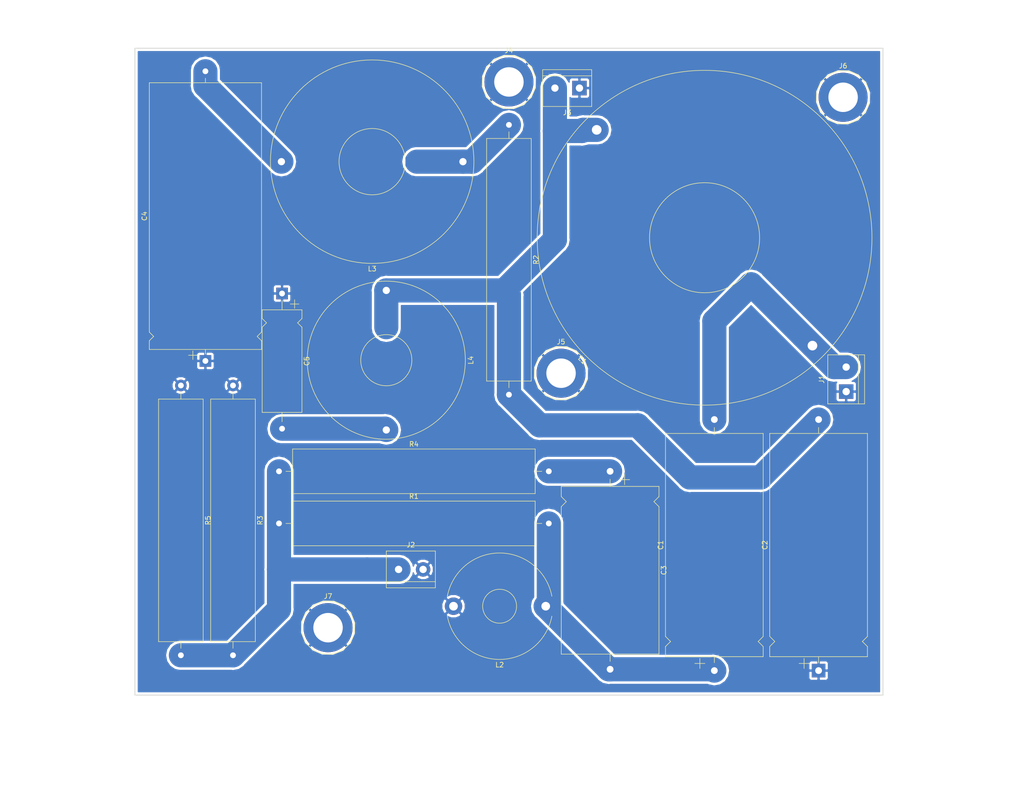
<source format=kicad_pcb>
(kicad_pcb (version 20171130) (host pcbnew 5.0.2-bee76a0~70~ubuntu18.04.1)

  (general
    (thickness 1.6)
    (drawings 5)
    (tracks 43)
    (zones 0)
    (modules 21)
    (nets 10)
  )

  (page A4)
  (layers
    (0 F.Cu signal)
    (31 B.Cu signal)
    (32 B.Adhes user)
    (33 F.Adhes user)
    (34 B.Paste user)
    (35 F.Paste user)
    (36 B.SilkS user)
    (37 F.SilkS user)
    (38 B.Mask user)
    (39 F.Mask user)
    (40 Dwgs.User user)
    (41 Cmts.User user)
    (42 Eco1.User user)
    (43 Eco2.User user)
    (44 Edge.Cuts user)
    (45 Margin user)
    (46 B.CrtYd user)
    (47 F.CrtYd user)
    (48 B.Fab user)
    (49 F.Fab user)
  )

  (setup
    (last_trace_width 5)
    (trace_clearance 0.05)
    (zone_clearance 0.508)
    (zone_45_only no)
    (trace_min 0.2)
    (segment_width 0.2)
    (edge_width 0.15)
    (via_size 0.8)
    (via_drill 0.4)
    (via_min_size 0.4)
    (via_min_drill 0.3)
    (uvia_size 0.3)
    (uvia_drill 0.1)
    (uvias_allowed no)
    (uvia_min_size 0.2)
    (uvia_min_drill 0.1)
    (pcb_text_width 0.3)
    (pcb_text_size 1.5 1.5)
    (mod_edge_width 0.15)
    (mod_text_size 1 1)
    (mod_text_width 0.15)
    (pad_size 1.524 1.524)
    (pad_drill 0.762)
    (pad_to_mask_clearance 0.051)
    (solder_mask_min_width 0.25)
    (aux_axis_origin 0 0)
    (visible_elements FFFFFF7F)
    (pcbplotparams
      (layerselection 0x010fc_ffffffff)
      (usegerberextensions true)
      (usegerberattributes false)
      (usegerberadvancedattributes false)
      (creategerberjobfile false)
      (excludeedgelayer true)
      (linewidth 0.100000)
      (plotframeref false)
      (viasonmask false)
      (mode 1)
      (useauxorigin false)
      (hpglpennumber 1)
      (hpglpenspeed 20)
      (hpglpendiameter 15.000000)
      (psnegative false)
      (psa4output false)
      (plotreference true)
      (plotvalue true)
      (plotinvisibletext false)
      (padsonsilk false)
      (subtractmaskfromsilk false)
      (outputformat 1)
      (mirror false)
      (drillshape 0)
      (scaleselection 1)
      (outputdirectory "export"))
  )

  (net 0 "")
  (net 1 "Net-(C1-Pad1)")
  (net 2 "Net-(C1-Pad2)")
  (net 3 "Net-(C2-Pad2)")
  (net 4 "Net-(C3-Pad1)")
  (net 5 "Net-(C4-Pad2)")
  (net 6 "Net-(C5-Pad2)")
  (net 7 "Net-(J2-Pad1)")
  (net 8 "Net-(L3-Pad1)")
  (net 9 GND)

  (net_class Default "This is the default net class."
    (clearance 0.05)
    (trace_width 5)
    (via_dia 0.8)
    (via_drill 0.4)
    (uvia_dia 0.3)
    (uvia_drill 0.1)
    (add_net GND)
    (add_net "Net-(C1-Pad1)")
    (add_net "Net-(C1-Pad2)")
    (add_net "Net-(C2-Pad2)")
    (add_net "Net-(C3-Pad1)")
    (add_net "Net-(C4-Pad2)")
    (add_net "Net-(C5-Pad2)")
    (add_net "Net-(J2-Pad1)")
    (add_net "Net-(L3-Pad1)")
  )

  (module Capacitor_THT:CP_Axial_L46.0mm_D20.0mm_P52.00mm_Horizontal (layer F.Cu) (tedit 5AE50EF2) (tstamp 5D87D317)
    (at 178.435 156.21 90)
    (descr "CP, Axial series, Axial, Horizontal, pin pitch=52mm, , length*diameter=46*20mm^2, Electrolytic Capacitor")
    (tags "CP Axial series Axial Horizontal pin pitch 52mm  length 46mm diameter 20mm Electrolytic Capacitor")
    (path /5D79454C)
    (fp_text reference C1 (at 26 -11.12 90) (layer F.SilkS)
      (effects (font (size 1 1) (thickness 0.15)))
    )
    (fp_text value 8.2uF (at 26.162 2.159 90) (layer F.Fab)
      (effects (font (size 1 1) (thickness 0.15)))
    )
    (fp_line (start 3 -10) (end 3 10) (layer F.Fab) (width 0.1))
    (fp_line (start 49 -10) (end 49 10) (layer F.Fab) (width 0.1))
    (fp_line (start 3 -10) (end 4.98 -10) (layer F.Fab) (width 0.1))
    (fp_line (start 4.98 -10) (end 6.03 -8.95) (layer F.Fab) (width 0.1))
    (fp_line (start 6.03 -8.95) (end 7.08 -10) (layer F.Fab) (width 0.1))
    (fp_line (start 7.08 -10) (end 49 -10) (layer F.Fab) (width 0.1))
    (fp_line (start 3 10) (end 4.98 10) (layer F.Fab) (width 0.1))
    (fp_line (start 4.98 10) (end 6.03 8.95) (layer F.Fab) (width 0.1))
    (fp_line (start 6.03 8.95) (end 7.08 10) (layer F.Fab) (width 0.1))
    (fp_line (start 7.08 10) (end 49 10) (layer F.Fab) (width 0.1))
    (fp_line (start 0 0) (end 3 0) (layer F.Fab) (width 0.1))
    (fp_line (start 52 0) (end 49 0) (layer F.Fab) (width 0.1))
    (fp_line (start 5 0) (end 7.1 0) (layer F.Fab) (width 0.1))
    (fp_line (start 6.05 -1.05) (end 6.05 1.05) (layer F.Fab) (width 0.1))
    (fp_line (start 0.43 -3) (end 2.53 -3) (layer F.SilkS) (width 0.12))
    (fp_line (start 1.48 -4.05) (end 1.48 -1.95) (layer F.SilkS) (width 0.12))
    (fp_line (start 2.88 -10.12) (end 2.88 10.12) (layer F.SilkS) (width 0.12))
    (fp_line (start 49.12 -10.12) (end 49.12 10.12) (layer F.SilkS) (width 0.12))
    (fp_line (start 2.88 -10.12) (end 4.98 -10.12) (layer F.SilkS) (width 0.12))
    (fp_line (start 4.98 -10.12) (end 6.03 -9.07) (layer F.SilkS) (width 0.12))
    (fp_line (start 6.03 -9.07) (end 7.08 -10.12) (layer F.SilkS) (width 0.12))
    (fp_line (start 7.08 -10.12) (end 49.12 -10.12) (layer F.SilkS) (width 0.12))
    (fp_line (start 2.88 10.12) (end 4.98 10.12) (layer F.SilkS) (width 0.12))
    (fp_line (start 4.98 10.12) (end 6.03 9.07) (layer F.SilkS) (width 0.12))
    (fp_line (start 6.03 9.07) (end 7.08 10.12) (layer F.SilkS) (width 0.12))
    (fp_line (start 7.08 10.12) (end 49.12 10.12) (layer F.SilkS) (width 0.12))
    (fp_line (start 1.64 0) (end 2.88 0) (layer F.SilkS) (width 0.12))
    (fp_line (start 50.36 0) (end 49.12 0) (layer F.SilkS) (width 0.12))
    (fp_line (start -1.65 -10.25) (end -1.65 10.25) (layer F.CrtYd) (width 0.05))
    (fp_line (start -1.65 10.25) (end 53.65 10.25) (layer F.CrtYd) (width 0.05))
    (fp_line (start 53.65 10.25) (end 53.65 -10.25) (layer F.CrtYd) (width 0.05))
    (fp_line (start 53.65 -10.25) (end -1.65 -10.25) (layer F.CrtYd) (width 0.05))
    (fp_text user %R (at 26 0 90) (layer F.Fab)
      (effects (font (size 1 1) (thickness 0.15)))
    )
    (pad 1 thru_hole rect (at 0 0 90) (size 2.8 2.8) (drill 1.4) (layers *.Cu *.Mask)
      (net 1 "Net-(C1-Pad1)"))
    (pad 2 thru_hole oval (at 52 0 90) (size 2.8 2.8) (drill 1.4) (layers *.Cu *.Mask)
      (net 2 "Net-(C1-Pad2)"))
    (model ${KISYS3DMOD}/Capacitor_THT.3dshapes/CP_Axial_L46.0mm_D20.0mm_P52.00mm_Horizontal.wrl
      (at (xyz 0 0 0))
      (scale (xyz 1 1 1))
      (rotate (xyz 0 0 0))
    )
  )

  (module Capacitor_THT:CP_Axial_L46.0mm_D20.0mm_P52.00mm_Horizontal (layer F.Cu) (tedit 5AE50EF2) (tstamp 5D87E881)
    (at 200.025 156.21 90)
    (descr "CP, Axial series, Axial, Horizontal, pin pitch=52mm, , length*diameter=46*20mm^2, Electrolytic Capacitor")
    (tags "CP Axial series Axial Horizontal pin pitch 52mm  length 46mm diameter 20mm Electrolytic Capacitor")
    (path /5D79666F)
    (fp_text reference C2 (at 26 -11.12 90) (layer F.SilkS)
      (effects (font (size 1 1) (thickness 0.15)))
    )
    (fp_text value 22uF (at 26.162 2.413 90) (layer F.Fab)
      (effects (font (size 1 1) (thickness 0.15)))
    )
    (fp_text user %R (at 26 0 90) (layer F.Fab)
      (effects (font (size 1 1) (thickness 0.15)))
    )
    (fp_line (start 53.65 -10.25) (end -1.65 -10.25) (layer F.CrtYd) (width 0.05))
    (fp_line (start 53.65 10.25) (end 53.65 -10.25) (layer F.CrtYd) (width 0.05))
    (fp_line (start -1.65 10.25) (end 53.65 10.25) (layer F.CrtYd) (width 0.05))
    (fp_line (start -1.65 -10.25) (end -1.65 10.25) (layer F.CrtYd) (width 0.05))
    (fp_line (start 50.36 0) (end 49.12 0) (layer F.SilkS) (width 0.12))
    (fp_line (start 1.64 0) (end 2.88 0) (layer F.SilkS) (width 0.12))
    (fp_line (start 7.08 10.12) (end 49.12 10.12) (layer F.SilkS) (width 0.12))
    (fp_line (start 6.03 9.07) (end 7.08 10.12) (layer F.SilkS) (width 0.12))
    (fp_line (start 4.98 10.12) (end 6.03 9.07) (layer F.SilkS) (width 0.12))
    (fp_line (start 2.88 10.12) (end 4.98 10.12) (layer F.SilkS) (width 0.12))
    (fp_line (start 7.08 -10.12) (end 49.12 -10.12) (layer F.SilkS) (width 0.12))
    (fp_line (start 6.03 -9.07) (end 7.08 -10.12) (layer F.SilkS) (width 0.12))
    (fp_line (start 4.98 -10.12) (end 6.03 -9.07) (layer F.SilkS) (width 0.12))
    (fp_line (start 2.88 -10.12) (end 4.98 -10.12) (layer F.SilkS) (width 0.12))
    (fp_line (start 49.12 -10.12) (end 49.12 10.12) (layer F.SilkS) (width 0.12))
    (fp_line (start 2.88 -10.12) (end 2.88 10.12) (layer F.SilkS) (width 0.12))
    (fp_line (start 1.48 -4.05) (end 1.48 -1.95) (layer F.SilkS) (width 0.12))
    (fp_line (start 0.43 -3) (end 2.53 -3) (layer F.SilkS) (width 0.12))
    (fp_line (start 6.05 -1.05) (end 6.05 1.05) (layer F.Fab) (width 0.1))
    (fp_line (start 5 0) (end 7.1 0) (layer F.Fab) (width 0.1))
    (fp_line (start 52 0) (end 49 0) (layer F.Fab) (width 0.1))
    (fp_line (start 0 0) (end 3 0) (layer F.Fab) (width 0.1))
    (fp_line (start 7.08 10) (end 49 10) (layer F.Fab) (width 0.1))
    (fp_line (start 6.03 8.95) (end 7.08 10) (layer F.Fab) (width 0.1))
    (fp_line (start 4.98 10) (end 6.03 8.95) (layer F.Fab) (width 0.1))
    (fp_line (start 3 10) (end 4.98 10) (layer F.Fab) (width 0.1))
    (fp_line (start 7.08 -10) (end 49 -10) (layer F.Fab) (width 0.1))
    (fp_line (start 6.03 -8.95) (end 7.08 -10) (layer F.Fab) (width 0.1))
    (fp_line (start 4.98 -10) (end 6.03 -8.95) (layer F.Fab) (width 0.1))
    (fp_line (start 3 -10) (end 4.98 -10) (layer F.Fab) (width 0.1))
    (fp_line (start 49 -10) (end 49 10) (layer F.Fab) (width 0.1))
    (fp_line (start 3 -10) (end 3 10) (layer F.Fab) (width 0.1))
    (pad 2 thru_hole oval (at 52 0 90) (size 2.8 2.8) (drill 1.4) (layers *.Cu *.Mask)
      (net 3 "Net-(C2-Pad2)"))
    (pad 1 thru_hole rect (at 0 0 90) (size 2.8 2.8) (drill 1.4) (layers *.Cu *.Mask)
      (net 9 GND))
    (model ${KISYS3DMOD}/Capacitor_THT.3dshapes/CP_Axial_L46.0mm_D20.0mm_P52.00mm_Horizontal.wrl
      (at (xyz 0 0 0))
      (scale (xyz 1 1 1))
      (rotate (xyz 0 0 0))
    )
  )

  (module Capacitor_THT:CP_Axial_L34.5mm_D20.0mm_P41.00mm_Horizontal (layer F.Cu) (tedit 5AE50EF2) (tstamp 5D87B3BC)
    (at 156.845 114.935 270)
    (descr "CP, Axial series, Axial, Horizontal, pin pitch=41mm, , length*diameter=34.5*20mm^2, Electrolytic Capacitor, , http://www.kemet.com/Lists/ProductCatalog/Attachments/424/KEM_AC102.pdf")
    (tags "CP Axial series Axial Horizontal pin pitch 41mm  length 34.5mm diameter 20mm Electrolytic Capacitor")
    (path /5D794598)
    (fp_text reference C3 (at 20.5 -11.12 270) (layer F.SilkS)
      (effects (font (size 1 1) (thickness 0.15)))
    )
    (fp_text value 3.3uF (at 20.447 3.683 270) (layer F.Fab)
      (effects (font (size 1 1) (thickness 0.15)))
    )
    (fp_line (start 3.25 -10) (end 3.25 10) (layer F.Fab) (width 0.1))
    (fp_line (start 37.75 -10) (end 37.75 10) (layer F.Fab) (width 0.1))
    (fp_line (start 3.25 -10) (end 5.23 -10) (layer F.Fab) (width 0.1))
    (fp_line (start 5.23 -10) (end 6.28 -8.95) (layer F.Fab) (width 0.1))
    (fp_line (start 6.28 -8.95) (end 7.33 -10) (layer F.Fab) (width 0.1))
    (fp_line (start 7.33 -10) (end 37.75 -10) (layer F.Fab) (width 0.1))
    (fp_line (start 3.25 10) (end 5.23 10) (layer F.Fab) (width 0.1))
    (fp_line (start 5.23 10) (end 6.28 8.95) (layer F.Fab) (width 0.1))
    (fp_line (start 6.28 8.95) (end 7.33 10) (layer F.Fab) (width 0.1))
    (fp_line (start 7.33 10) (end 37.75 10) (layer F.Fab) (width 0.1))
    (fp_line (start 0 0) (end 3.25 0) (layer F.Fab) (width 0.1))
    (fp_line (start 41 0) (end 37.75 0) (layer F.Fab) (width 0.1))
    (fp_line (start 5.25 0) (end 7.35 0) (layer F.Fab) (width 0.1))
    (fp_line (start 6.3 -1.05) (end 6.3 1.05) (layer F.Fab) (width 0.1))
    (fp_line (start 0.68 -3) (end 2.78 -3) (layer F.SilkS) (width 0.12))
    (fp_line (start 1.73 -4.05) (end 1.73 -1.95) (layer F.SilkS) (width 0.12))
    (fp_line (start 3.13 -10.12) (end 3.13 10.12) (layer F.SilkS) (width 0.12))
    (fp_line (start 37.87 -10.12) (end 37.87 10.12) (layer F.SilkS) (width 0.12))
    (fp_line (start 3.13 -10.12) (end 5.23 -10.12) (layer F.SilkS) (width 0.12))
    (fp_line (start 5.23 -10.12) (end 6.28 -9.07) (layer F.SilkS) (width 0.12))
    (fp_line (start 6.28 -9.07) (end 7.33 -10.12) (layer F.SilkS) (width 0.12))
    (fp_line (start 7.33 -10.12) (end 37.87 -10.12) (layer F.SilkS) (width 0.12))
    (fp_line (start 3.13 10.12) (end 5.23 10.12) (layer F.SilkS) (width 0.12))
    (fp_line (start 5.23 10.12) (end 6.28 9.07) (layer F.SilkS) (width 0.12))
    (fp_line (start 6.28 9.07) (end 7.33 10.12) (layer F.SilkS) (width 0.12))
    (fp_line (start 7.33 10.12) (end 37.87 10.12) (layer F.SilkS) (width 0.12))
    (fp_line (start 1.64 0) (end 3.13 0) (layer F.SilkS) (width 0.12))
    (fp_line (start 39.36 0) (end 37.87 0) (layer F.SilkS) (width 0.12))
    (fp_line (start -1.65 -10.25) (end -1.65 10.25) (layer F.CrtYd) (width 0.05))
    (fp_line (start -1.65 10.25) (end 42.65 10.25) (layer F.CrtYd) (width 0.05))
    (fp_line (start 42.65 10.25) (end 42.65 -10.25) (layer F.CrtYd) (width 0.05))
    (fp_line (start 42.65 -10.25) (end -1.65 -10.25) (layer F.CrtYd) (width 0.05))
    (fp_text user %R (at 20.5 0 270) (layer F.Fab)
      (effects (font (size 1 1) (thickness 0.15)))
    )
    (pad 1 thru_hole rect (at 0 0 270) (size 2.8 2.8) (drill 1.4) (layers *.Cu *.Mask)
      (net 4 "Net-(C3-Pad1)"))
    (pad 2 thru_hole oval (at 41 0 270) (size 2.8 2.8) (drill 1.4) (layers *.Cu *.Mask)
      (net 1 "Net-(C1-Pad1)"))
    (model ${KISYS3DMOD}/Capacitor_THT.3dshapes/CP_Axial_L34.5mm_D20.0mm_P41.00mm_Horizontal.wrl
      (at (xyz 0 0 0))
      (scale (xyz 1 1 1))
      (rotate (xyz 0 0 0))
    )
  )

  (module Capacitor_THT:CP_Axial_L55.0mm_D23.0mm_P60.00mm_Horizontal (layer F.Cu) (tedit 5AE50EF2) (tstamp 5D87B3E3)
    (at 73.025 92.075 90)
    (descr "CP, Axial series, Axial, Horizontal, pin pitch=60mm, , length*diameter=55*23.0mm^2, Electrolytic Capacitor, , http://www.vishay.com/docs/42037/53d.pdf")
    (tags "CP Axial series Axial Horizontal pin pitch 60mm  length 55mm diameter 23.0mm Electrolytic Capacitor")
    (path /5D796BF8)
    (fp_text reference C4 (at 30 -12.62 90) (layer F.SilkS)
      (effects (font (size 1 1) (thickness 0.15)))
    )
    (fp_text value 33uF (at 30 12.62 90) (layer F.Fab)
      (effects (font (size 1 1) (thickness 0.15)))
    )
    (fp_line (start 2.5 -11.5) (end 2.5 11.5) (layer F.Fab) (width 0.1))
    (fp_line (start 57.5 -11.5) (end 57.5 11.5) (layer F.Fab) (width 0.1))
    (fp_line (start 2.5 -11.5) (end 4.18 -11.5) (layer F.Fab) (width 0.1))
    (fp_line (start 4.18 -11.5) (end 5.08 -10.6) (layer F.Fab) (width 0.1))
    (fp_line (start 5.08 -10.6) (end 5.98 -11.5) (layer F.Fab) (width 0.1))
    (fp_line (start 5.98 -11.5) (end 57.5 -11.5) (layer F.Fab) (width 0.1))
    (fp_line (start 2.5 11.5) (end 4.18 11.5) (layer F.Fab) (width 0.1))
    (fp_line (start 4.18 11.5) (end 5.08 10.6) (layer F.Fab) (width 0.1))
    (fp_line (start 5.08 10.6) (end 5.98 11.5) (layer F.Fab) (width 0.1))
    (fp_line (start 5.98 11.5) (end 57.5 11.5) (layer F.Fab) (width 0.1))
    (fp_line (start 0 0) (end 2.5 0) (layer F.Fab) (width 0.1))
    (fp_line (start 60 0) (end 57.5 0) (layer F.Fab) (width 0.1))
    (fp_line (start 4.2 0) (end 6 0) (layer F.Fab) (width 0.1))
    (fp_line (start 5.1 -0.9) (end 5.1 0.9) (layer F.Fab) (width 0.1))
    (fp_line (start 0.28 -2.6) (end 2.08 -2.6) (layer F.SilkS) (width 0.12))
    (fp_line (start 1.18 -3.5) (end 1.18 -1.7) (layer F.SilkS) (width 0.12))
    (fp_line (start 2.38 -11.62) (end 2.38 11.62) (layer F.SilkS) (width 0.12))
    (fp_line (start 57.62 -11.62) (end 57.62 11.62) (layer F.SilkS) (width 0.12))
    (fp_line (start 2.38 -11.62) (end 4.18 -11.62) (layer F.SilkS) (width 0.12))
    (fp_line (start 4.18 -11.62) (end 5.08 -10.72) (layer F.SilkS) (width 0.12))
    (fp_line (start 5.08 -10.72) (end 5.98 -11.62) (layer F.SilkS) (width 0.12))
    (fp_line (start 5.98 -11.62) (end 57.62 -11.62) (layer F.SilkS) (width 0.12))
    (fp_line (start 2.38 11.62) (end 4.18 11.62) (layer F.SilkS) (width 0.12))
    (fp_line (start 4.18 11.62) (end 5.08 10.72) (layer F.SilkS) (width 0.12))
    (fp_line (start 5.08 10.72) (end 5.98 11.62) (layer F.SilkS) (width 0.12))
    (fp_line (start 5.98 11.62) (end 57.62 11.62) (layer F.SilkS) (width 0.12))
    (fp_line (start 1.44 0) (end 2.38 0) (layer F.SilkS) (width 0.12))
    (fp_line (start 58.56 0) (end 57.62 0) (layer F.SilkS) (width 0.12))
    (fp_line (start -1.45 -11.75) (end -1.45 11.75) (layer F.CrtYd) (width 0.05))
    (fp_line (start -1.45 11.75) (end 61.45 11.75) (layer F.CrtYd) (width 0.05))
    (fp_line (start 61.45 11.75) (end 61.45 -11.75) (layer F.CrtYd) (width 0.05))
    (fp_line (start 61.45 -11.75) (end -1.45 -11.75) (layer F.CrtYd) (width 0.05))
    (fp_text user %R (at 30 0 90) (layer F.Fab)
      (effects (font (size 1 1) (thickness 0.15)))
    )
    (pad 1 thru_hole rect (at 0 0 90) (size 2.4 2.4) (drill 1.2) (layers *.Cu *.Mask)
      (net 9 GND))
    (pad 2 thru_hole oval (at 60 0 90) (size 2.4 2.4) (drill 1.2) (layers *.Cu *.Mask)
      (net 5 "Net-(C4-Pad2)"))
    (model ${KISYS3DMOD}/Capacitor_THT.3dshapes/CP_Axial_L55.0mm_D23.0mm_P60.00mm_Horizontal.wrl
      (at (xyz 0 0 0))
      (scale (xyz 1 1 1))
      (rotate (xyz 0 0 0))
    )
  )

  (module Capacitor_THT:CP_Axial_L21.0mm_D8.0mm_P28.00mm_Horizontal (layer F.Cu) (tedit 5AE50EF2) (tstamp 5D87B40A)
    (at 88.9 78.105 270)
    (descr "CP, Axial series, Axial, Horizontal, pin pitch=28mm, , length*diameter=21*8mm^2, Electrolytic Capacitor")
    (tags "CP Axial series Axial Horizontal pin pitch 28mm  length 21mm diameter 8mm Electrolytic Capacitor")
    (path /5D796C3C)
    (fp_text reference C5 (at 14 -5.12 270) (layer F.SilkS)
      (effects (font (size 1 1) (thickness 0.15)))
    )
    (fp_text value 1uF (at 14 5.12 270) (layer F.Fab)
      (effects (font (size 1 1) (thickness 0.15)))
    )
    (fp_line (start 3.5 -4) (end 3.5 4) (layer F.Fab) (width 0.1))
    (fp_line (start 24.5 -4) (end 24.5 4) (layer F.Fab) (width 0.1))
    (fp_line (start 3.5 -4) (end 5.18 -4) (layer F.Fab) (width 0.1))
    (fp_line (start 5.18 -4) (end 6.08 -3.1) (layer F.Fab) (width 0.1))
    (fp_line (start 6.08 -3.1) (end 6.98 -4) (layer F.Fab) (width 0.1))
    (fp_line (start 6.98 -4) (end 24.5 -4) (layer F.Fab) (width 0.1))
    (fp_line (start 3.5 4) (end 5.18 4) (layer F.Fab) (width 0.1))
    (fp_line (start 5.18 4) (end 6.08 3.1) (layer F.Fab) (width 0.1))
    (fp_line (start 6.08 3.1) (end 6.98 4) (layer F.Fab) (width 0.1))
    (fp_line (start 6.98 4) (end 24.5 4) (layer F.Fab) (width 0.1))
    (fp_line (start 0 0) (end 3.5 0) (layer F.Fab) (width 0.1))
    (fp_line (start 28 0) (end 24.5 0) (layer F.Fab) (width 0.1))
    (fp_line (start 5.2 0) (end 7 0) (layer F.Fab) (width 0.1))
    (fp_line (start 6.1 -0.9) (end 6.1 0.9) (layer F.Fab) (width 0.1))
    (fp_line (start 1.28 -2.6) (end 3.08 -2.6) (layer F.SilkS) (width 0.12))
    (fp_line (start 2.18 -3.5) (end 2.18 -1.7) (layer F.SilkS) (width 0.12))
    (fp_line (start 3.38 -4.12) (end 3.38 4.12) (layer F.SilkS) (width 0.12))
    (fp_line (start 24.62 -4.12) (end 24.62 4.12) (layer F.SilkS) (width 0.12))
    (fp_line (start 3.38 -4.12) (end 5.18 -4.12) (layer F.SilkS) (width 0.12))
    (fp_line (start 5.18 -4.12) (end 6.08 -3.22) (layer F.SilkS) (width 0.12))
    (fp_line (start 6.08 -3.22) (end 6.98 -4.12) (layer F.SilkS) (width 0.12))
    (fp_line (start 6.98 -4.12) (end 24.62 -4.12) (layer F.SilkS) (width 0.12))
    (fp_line (start 3.38 4.12) (end 5.18 4.12) (layer F.SilkS) (width 0.12))
    (fp_line (start 5.18 4.12) (end 6.08 3.22) (layer F.SilkS) (width 0.12))
    (fp_line (start 6.08 3.22) (end 6.98 4.12) (layer F.SilkS) (width 0.12))
    (fp_line (start 6.98 4.12) (end 24.62 4.12) (layer F.SilkS) (width 0.12))
    (fp_line (start 1.44 0) (end 3.38 0) (layer F.SilkS) (width 0.12))
    (fp_line (start 26.56 0) (end 24.62 0) (layer F.SilkS) (width 0.12))
    (fp_line (start -1.45 -4.25) (end -1.45 4.25) (layer F.CrtYd) (width 0.05))
    (fp_line (start -1.45 4.25) (end 29.45 4.25) (layer F.CrtYd) (width 0.05))
    (fp_line (start 29.45 4.25) (end 29.45 -4.25) (layer F.CrtYd) (width 0.05))
    (fp_line (start 29.45 -4.25) (end -1.45 -4.25) (layer F.CrtYd) (width 0.05))
    (fp_text user %R (at 14 0 270) (layer F.Fab)
      (effects (font (size 1 1) (thickness 0.15)))
    )
    (pad 1 thru_hole rect (at 0 0 270) (size 2.4 2.4) (drill 1.2) (layers *.Cu *.Mask)
      (net 9 GND))
    (pad 2 thru_hole oval (at 28 0 270) (size 2.4 2.4) (drill 1.2) (layers *.Cu *.Mask)
      (net 6 "Net-(C5-Pad2)"))
    (model ${KISYS3DMOD}/Capacitor_THT.3dshapes/CP_Axial_L21.0mm_D8.0mm_P28.00mm_Horizontal.wrl
      (at (xyz 0 0 0))
      (scale (xyz 1 1 1))
      (rotate (xyz 0 0 0))
    )
  )

  (module TerminalBlock:TerminalBlock_bornier-2_P5.08mm (layer F.Cu) (tedit 59FF03AB) (tstamp 5D87F141)
    (at 205.74 98.425 90)
    (descr "simple 2-pin terminal block, pitch 5.08mm, revamped version of bornier2")
    (tags "terminal block bornier2")
    (path /5D7948DB)
    (fp_text reference J1 (at 2.54 -5.08 90) (layer F.SilkS)
      (effects (font (size 1 1) (thickness 0.15)))
    )
    (fp_text value Input (at 2.54 5.08 90) (layer F.Fab)
      (effects (font (size 1 1) (thickness 0.15)))
    )
    (fp_text user %R (at 2.54 0 90) (layer F.Fab)
      (effects (font (size 1 1) (thickness 0.15)))
    )
    (fp_line (start -2.41 2.55) (end 7.49 2.55) (layer F.Fab) (width 0.1))
    (fp_line (start -2.46 -3.75) (end -2.46 3.75) (layer F.Fab) (width 0.1))
    (fp_line (start -2.46 3.75) (end 7.54 3.75) (layer F.Fab) (width 0.1))
    (fp_line (start 7.54 3.75) (end 7.54 -3.75) (layer F.Fab) (width 0.1))
    (fp_line (start 7.54 -3.75) (end -2.46 -3.75) (layer F.Fab) (width 0.1))
    (fp_line (start 7.62 2.54) (end -2.54 2.54) (layer F.SilkS) (width 0.12))
    (fp_line (start 7.62 3.81) (end 7.62 -3.81) (layer F.SilkS) (width 0.12))
    (fp_line (start 7.62 -3.81) (end -2.54 -3.81) (layer F.SilkS) (width 0.12))
    (fp_line (start -2.54 -3.81) (end -2.54 3.81) (layer F.SilkS) (width 0.12))
    (fp_line (start -2.54 3.81) (end 7.62 3.81) (layer F.SilkS) (width 0.12))
    (fp_line (start -2.71 -4) (end 7.79 -4) (layer F.CrtYd) (width 0.05))
    (fp_line (start -2.71 -4) (end -2.71 4) (layer F.CrtYd) (width 0.05))
    (fp_line (start 7.79 4) (end 7.79 -4) (layer F.CrtYd) (width 0.05))
    (fp_line (start 7.79 4) (end -2.71 4) (layer F.CrtYd) (width 0.05))
    (pad 1 thru_hole rect (at 0 0 90) (size 3 3) (drill 1.52) (layers *.Cu *.Mask)
      (net 9 GND))
    (pad 2 thru_hole circle (at 5.08 0 90) (size 3 3) (drill 1.52) (layers *.Cu *.Mask)
      (net 2 "Net-(C1-Pad2)"))
    (model ${KISYS3DMOD}/TerminalBlock.3dshapes/TerminalBlock_bornier-2_P5.08mm.wrl
      (offset (xyz 2.539999961853027 0 0))
      (scale (xyz 1 1 1))
      (rotate (xyz 0 0 0))
    )
  )

  (module TerminalBlock:TerminalBlock_bornier-2_P5.08mm (layer F.Cu) (tedit 59FF03AB) (tstamp 5D87B434)
    (at 113.03 135.255)
    (descr "simple 2-pin terminal block, pitch 5.08mm, revamped version of bornier2")
    (tags "terminal block bornier2")
    (path /5D79573C)
    (fp_text reference J2 (at 2.54 -5.08) (layer F.SilkS)
      (effects (font (size 1 1) (thickness 0.15)))
    )
    (fp_text value Tweeter (at 2.54 5.08) (layer F.Fab)
      (effects (font (size 1 1) (thickness 0.15)))
    )
    (fp_text user %R (at 2.54 0) (layer F.Fab)
      (effects (font (size 1 1) (thickness 0.15)))
    )
    (fp_line (start -2.41 2.55) (end 7.49 2.55) (layer F.Fab) (width 0.1))
    (fp_line (start -2.46 -3.75) (end -2.46 3.75) (layer F.Fab) (width 0.1))
    (fp_line (start -2.46 3.75) (end 7.54 3.75) (layer F.Fab) (width 0.1))
    (fp_line (start 7.54 3.75) (end 7.54 -3.75) (layer F.Fab) (width 0.1))
    (fp_line (start 7.54 -3.75) (end -2.46 -3.75) (layer F.Fab) (width 0.1))
    (fp_line (start 7.62 2.54) (end -2.54 2.54) (layer F.SilkS) (width 0.12))
    (fp_line (start 7.62 3.81) (end 7.62 -3.81) (layer F.SilkS) (width 0.12))
    (fp_line (start 7.62 -3.81) (end -2.54 -3.81) (layer F.SilkS) (width 0.12))
    (fp_line (start -2.54 -3.81) (end -2.54 3.81) (layer F.SilkS) (width 0.12))
    (fp_line (start -2.54 3.81) (end 7.62 3.81) (layer F.SilkS) (width 0.12))
    (fp_line (start -2.71 -4) (end 7.79 -4) (layer F.CrtYd) (width 0.05))
    (fp_line (start -2.71 -4) (end -2.71 4) (layer F.CrtYd) (width 0.05))
    (fp_line (start 7.79 4) (end 7.79 -4) (layer F.CrtYd) (width 0.05))
    (fp_line (start 7.79 4) (end -2.71 4) (layer F.CrtYd) (width 0.05))
    (pad 1 thru_hole rect (at 0 0) (size 3 3) (drill 1.52) (layers *.Cu *.Mask)
      (net 7 "Net-(J2-Pad1)"))
    (pad 2 thru_hole circle (at 5.08 0) (size 3 3) (drill 1.52) (layers *.Cu *.Mask)
      (net 9 GND))
    (model ${KISYS3DMOD}/TerminalBlock.3dshapes/TerminalBlock_bornier-2_P5.08mm.wrl
      (offset (xyz 2.539999961853027 0 0))
      (scale (xyz 1 1 1))
      (rotate (xyz 0 0 0))
    )
  )

  (module TerminalBlock:TerminalBlock_bornier-2_P5.08mm (layer F.Cu) (tedit 59FF03AB) (tstamp 5D87B449)
    (at 150.495 35.56 180)
    (descr "simple 2-pin terminal block, pitch 5.08mm, revamped version of bornier2")
    (tags "terminal block bornier2")
    (path /5D796C96)
    (fp_text reference J3 (at 2.54 -5.08 180) (layer F.SilkS)
      (effects (font (size 1 1) (thickness 0.15)))
    )
    (fp_text value Woofer (at 2.54 5.08 180) (layer F.Fab)
      (effects (font (size 1 1) (thickness 0.15)))
    )
    (fp_line (start 7.79 4) (end -2.71 4) (layer F.CrtYd) (width 0.05))
    (fp_line (start 7.79 4) (end 7.79 -4) (layer F.CrtYd) (width 0.05))
    (fp_line (start -2.71 -4) (end -2.71 4) (layer F.CrtYd) (width 0.05))
    (fp_line (start -2.71 -4) (end 7.79 -4) (layer F.CrtYd) (width 0.05))
    (fp_line (start -2.54 3.81) (end 7.62 3.81) (layer F.SilkS) (width 0.12))
    (fp_line (start -2.54 -3.81) (end -2.54 3.81) (layer F.SilkS) (width 0.12))
    (fp_line (start 7.62 -3.81) (end -2.54 -3.81) (layer F.SilkS) (width 0.12))
    (fp_line (start 7.62 3.81) (end 7.62 -3.81) (layer F.SilkS) (width 0.12))
    (fp_line (start 7.62 2.54) (end -2.54 2.54) (layer F.SilkS) (width 0.12))
    (fp_line (start 7.54 -3.75) (end -2.46 -3.75) (layer F.Fab) (width 0.1))
    (fp_line (start 7.54 3.75) (end 7.54 -3.75) (layer F.Fab) (width 0.1))
    (fp_line (start -2.46 3.75) (end 7.54 3.75) (layer F.Fab) (width 0.1))
    (fp_line (start -2.46 -3.75) (end -2.46 3.75) (layer F.Fab) (width 0.1))
    (fp_line (start -2.41 2.55) (end 7.49 2.55) (layer F.Fab) (width 0.1))
    (fp_text user %R (at 2.54 0 180) (layer F.Fab)
      (effects (font (size 1 1) (thickness 0.15)))
    )
    (pad 2 thru_hole circle (at 5.08 0 180) (size 3 3) (drill 1.52) (layers *.Cu *.Mask)
      (net 3 "Net-(C2-Pad2)"))
    (pad 1 thru_hole rect (at 0 0 180) (size 3 3) (drill 1.52) (layers *.Cu *.Mask)
      (net 9 GND))
    (model ${KISYS3DMOD}/TerminalBlock.3dshapes/TerminalBlock_bornier-2_P5.08mm.wrl
      (offset (xyz 2.539999961853027 0 0))
      (scale (xyz 1 1 1))
      (rotate (xyz 0 0 0))
    )
  )

  (module Inductor_THT:L_Toroid_Horizontal_D69.1mm_P63.20mm_Vishay_TJ9 (layer F.Cu) (tedit 5AE59B06) (tstamp 5D87B465)
    (at 198.755 88.9 135)
    (descr "L_Toroid, Horizontal series, Radial, pin pitch=63.20mm, , diameter=69.1mm, Vishay, TJ9, http://www.vishay.com/docs/34079/tj.pdf")
    (tags "L_Toroid Horizontal series Radial pin pitch 63.20mm  diameter 69.1mm Vishay TJ9")
    (path /5D796012)
    (fp_text reference L1 (at 31.6 -35.8 135) (layer F.SilkS)
      (effects (font (size 1 1) (thickness 0.15)))
    )
    (fp_text value 0.68mH (at 31.6 35.8 135) (layer F.Fab)
      (effects (font (size 1 1) (thickness 0.15)))
    )
    (fp_circle (center 31.6 0) (end 66.15 0) (layer F.Fab) (width 0.1))
    (fp_circle (center 31.6 0) (end 43.116667 0) (layer F.Fab) (width 0.1))
    (fp_circle (center 31.6 0) (end 66.27 0) (layer F.SilkS) (width 0.12))
    (fp_circle (center 31.6 0) (end 42.996667 0) (layer F.SilkS) (width 0.12))
    (fp_line (start 65.5766 0) (end 42.828525 3.008581) (layer F.Fab) (width 0.1))
    (fp_line (start 61.024861 16.987846) (end 39.820024 8.219643) (layer F.Fab) (width 0.1))
    (fp_line (start 48.589209 29.424074) (end 34.609101 11.228385) (layer F.Fab) (width 0.1))
    (fp_line (start 31.601574 33.9766) (end 28.591939 11.228664) (layer F.Fab) (width 0.1))
    (fp_line (start 14.613518 29.425648) (end 23.380738 8.220405) (layer F.Fab) (width 0.1))
    (fp_line (start 2.176713 16.990572) (end 20.371754 3.009622) (layer F.Fab) (width 0.1))
    (fp_line (start -2.3766 0.003148) (end 20.371197 -3.007541) (layer F.Fab) (width 0.1))
    (fp_line (start 2.173565 -16.985119) (end 23.379215 -8.218881) (layer F.Fab) (width 0.1))
    (fp_line (start 14.608065 -29.4225) (end 28.589858 -11.228106) (layer F.Fab) (width 0.1))
    (fp_line (start 31.595278 -33.9766) (end 34.607021 -11.228943) (layer F.Fab) (width 0.1))
    (fp_line (start 48.583756 -29.427222) (end 39.818501 -8.221166) (layer F.Fab) (width 0.1))
    (fp_line (start 61.021713 -16.993298) (end 42.827967 -3.010662) (layer F.Fab) (width 0.1))
    (fp_line (start 65.576599 -0.006296) (end 42.829082 3.0065) (layer F.Fab) (width 0.1))
    (fp_line (start -3.2 -34.8) (end -3.2 34.8) (layer F.CrtYd) (width 0.05))
    (fp_line (start -3.2 34.8) (end 66.4 34.8) (layer F.CrtYd) (width 0.05))
    (fp_line (start 66.4 34.8) (end 66.4 -34.8) (layer F.CrtYd) (width 0.05))
    (fp_line (start 66.4 -34.8) (end -3.2 -34.8) (layer F.CrtYd) (width 0.05))
    (fp_text user %R (at 31.6 0 135) (layer F.Fab)
      (effects (font (size 1 1) (thickness 0.15)))
    )
    (pad 1 thru_hole circle (at 0 0 135) (size 4 4) (drill 2) (layers *.Cu *.Mask)
      (net 2 "Net-(C1-Pad2)"))
    (pad 2 thru_hole circle (at 63.200001 0 135) (size 4 4) (drill 2) (layers *.Cu *.Mask)
      (net 3 "Net-(C2-Pad2)"))
    (model ${KISYS3DMOD}/Inductor_THT.3dshapes/L_Toroid_Horizontal_D69.1mm_P63.20mm_Vishay_TJ9.wrl
      (at (xyz 0 0 0))
      (scale (xyz 1 1 1))
      (rotate (xyz 0 0 0))
    )
  )

  (module Inductor_THT:L_Toroid_Horizontal_D21.8mm_P19.10mm_Bourns_2100 (layer F.Cu) (tedit 5AE59B06) (tstamp 5D87B482)
    (at 143.51 142.875 180)
    (descr "L_Toroid, Horizontal series, Radial, pin pitch=19.10mm, , diameter=21.8mm, Bourns, 2100, http://www.bourns.com/docs/Product-Datasheets/2100_series.pdf?sfvrsn=3")
    (tags "L_Toroid Horizontal series Radial pin pitch 19.10mm  diameter 21.8mm Bourns 2100")
    (path /5D7949E6)
    (fp_text reference L2 (at 9.55 -12.15 180) (layer F.SilkS)
      (effects (font (size 1 1) (thickness 0.15)))
    )
    (fp_text value 0.33mH (at 9.55 12.15 180) (layer F.Fab)
      (effects (font (size 1 1) (thickness 0.15)))
    )
    (fp_arc (start 9.55 0) (end -1.275747 -2.06) (angle 158.452315) (layer F.SilkS) (width 0.12))
    (fp_arc (start 9.55 0) (end -1.275747 2.06) (angle -158.452315) (layer F.SilkS) (width 0.12))
    (fp_circle (center 9.55 0) (end 20.45 0) (layer F.Fab) (width 0.1))
    (fp_circle (center 9.55 0) (end 13.183333 0) (layer F.Fab) (width 0.1))
    (fp_circle (center 9.55 0) (end 13.063333 0) (layer F.SilkS) (width 0.12))
    (fp_line (start 20.3496 0) (end 13.011499 0.927477) (layer F.Fab) (width 0.1))
    (fp_line (start 18.902811 5.399656) (end 12.084047 2.533929) (layer F.Fab) (width 0.1))
    (fp_line (start 14.950089 9.352561) (end 10.477638 3.461456) (layer F.Fab) (width 0.1))
    (fp_line (start 9.5505 10.7996) (end 8.622683 3.461542) (layer F.Fab) (width 0.1))
    (fp_line (start 4.150778 9.353061) (end 7.016188 2.534164) (layer F.Fab) (width 0.1))
    (fp_line (start 0.197689 5.400522) (end 6.088587 0.927798) (layer F.Fab) (width 0.1))
    (fp_line (start -1.2496 0.001001) (end 6.088415 -0.927156) (layer F.Fab) (width 0.1))
    (fp_line (start 0.196688 -5.398789) (end 7.015719 -2.533694) (layer F.Fab) (width 0.1))
    (fp_line (start 4.149045 -9.352061) (end 8.622042 -3.46137) (layer F.Fab) (width 0.1))
    (fp_line (start 9.548499 -10.7996) (end 10.476996 -3.461628) (layer F.Fab) (width 0.1))
    (fp_line (start 14.948356 -9.353562) (end 12.083577 -2.534399) (layer F.Fab) (width 0.1))
    (fp_line (start 18.901811 -5.401389) (end 13.011327 -0.928119) (layer F.Fab) (width 0.1))
    (fp_line (start 20.3496 -0.002001) (end 13.011671 0.926836) (layer F.Fab) (width 0.1))
    (fp_line (start -2.06 -11.15) (end -2.06 11.15) (layer F.CrtYd) (width 0.05))
    (fp_line (start -2.06 11.15) (end 21.15 11.15) (layer F.CrtYd) (width 0.05))
    (fp_line (start 21.15 11.15) (end 21.15 -11.15) (layer F.CrtYd) (width 0.05))
    (fp_line (start 21.15 -11.15) (end -2.06 -11.15) (layer F.CrtYd) (width 0.05))
    (fp_text user %R (at 9.55 0 180) (layer F.Fab)
      (effects (font (size 1 1) (thickness 0.15)))
    )
    (pad 1 thru_hole circle (at 0 0 180) (size 3.6 3.6) (drill 1.8) (layers *.Cu *.Mask)
      (net 1 "Net-(C1-Pad1)"))
    (pad 2 thru_hole circle (at 19.1 0 180) (size 3.6 3.6) (drill 1.8) (layers *.Cu *.Mask)
      (net 9 GND))
    (model ${KISYS3DMOD}/Inductor_THT.3dshapes/L_Toroid_Horizontal_D21.8mm_P19.10mm_Bourns_2100.wrl
      (at (xyz 0 0 0))
      (scale (xyz 1 1 1))
      (rotate (xyz 0 0 0))
    )
  )

  (module Inductor_THT:L_Toroid_Horizontal_D32.5mm_P28.90mm_Bourns_2300 (layer F.Cu) (tedit 5AE59B06) (tstamp 5D87B4BB)
    (at 110.49 77.47 270)
    (descr "L_Toroid, Horizontal series, Radial, pin pitch=28.90mm, , diameter=32.5mm, Bourns, 2300, http://www.bourns.com/docs/Product-Datasheets/2300_series.pdf?sfvrsn=3")
    (tags "L_Toroid Horizontal series Radial pin pitch 28.90mm  diameter 32.5mm Bourns 2300")
    (path /5D796BAC)
    (fp_text reference L4 (at 14.45 -17.5 270) (layer F.SilkS)
      (effects (font (size 1 1) (thickness 0.15)))
    )
    (fp_text value 0.82mH (at 14.45 17.5 270) (layer F.Fab)
      (effects (font (size 1 1) (thickness 0.15)))
    )
    (fp_circle (center 14.45 0) (end 30.7 0) (layer F.Fab) (width 0.1))
    (fp_circle (center 14.45 0) (end 19.866667 0) (layer F.Fab) (width 0.1))
    (fp_circle (center 14.45 0) (end 30.82 0) (layer F.SilkS) (width 0.12))
    (fp_circle (center 14.45 0) (end 19.746667 0) (layer F.SilkS) (width 0.12))
    (fp_line (start 30.4926 0) (end 19.668522 1.398255) (layer F.Fab) (width 0.1))
    (fp_line (start 28.343423 8.021085) (end 18.270304 3.820127) (layer F.Fab) (width 0.1))
    (fp_line (start 22.471729 13.893051) (end 15.848497 5.218457) (layer F.Fab) (width 0.1))
    (fp_line (start 14.450743 16.0426) (end 13.051986 5.218586) (layer F.Fab) (width 0.1))
    (fp_line (start 6.429558 13.893795) (end 10.63005 3.820481) (layer F.Fab) (width 0.1))
    (fp_line (start 0.55732 8.022373) (end 9.231608 1.398739) (layer F.Fab) (width 0.1))
    (fp_line (start -1.5926 0.001486) (end 9.231349 -1.397772) (layer F.Fab) (width 0.1))
    (fp_line (start 0.555834 -8.019798) (end 10.629342 -3.819773) (layer F.Fab) (width 0.1))
    (fp_line (start 6.426984 -13.892308) (end 13.051019 -5.218327) (layer F.Fab) (width 0.1))
    (fp_line (start 14.44777 -16.0426) (end 15.84753 -5.218716) (layer F.Fab) (width 0.1))
    (fp_line (start 22.469154 -13.894538) (end 18.269596 -3.820834) (layer F.Fab) (width 0.1))
    (fp_line (start 28.341936 -8.02366) (end 19.668262 -1.399222) (layer F.Fab) (width 0.1))
    (fp_line (start 30.4926 -0.002973) (end 19.668781 1.397288) (layer F.Fab) (width 0.1))
    (fp_line (start -2.06 -16.5) (end -2.06 16.5) (layer F.CrtYd) (width 0.05))
    (fp_line (start -2.06 16.5) (end 30.95 16.5) (layer F.CrtYd) (width 0.05))
    (fp_line (start 30.95 16.5) (end 30.95 -16.5) (layer F.CrtYd) (width 0.05))
    (fp_line (start 30.95 -16.5) (end -2.06 -16.5) (layer F.CrtYd) (width 0.05))
    (fp_text user %R (at 14.45 0 270) (layer F.Fab)
      (effects (font (size 1 1) (thickness 0.15)))
    )
    (pad 1 thru_hole circle (at 0 0 270) (size 3 3) (drill 1.5) (layers *.Cu *.Mask)
      (net 3 "Net-(C2-Pad2)"))
    (pad 2 thru_hole circle (at 28.9 0 270) (size 3 3) (drill 1.5) (layers *.Cu *.Mask)
      (net 6 "Net-(C5-Pad2)"))
    (model ${KISYS3DMOD}/Inductor_THT.3dshapes/L_Toroid_Horizontal_D32.5mm_P28.90mm_Bourns_2300.wrl
      (at (xyz 0 0 0))
      (scale (xyz 1 1 1))
      (rotate (xyz 0 0 0))
    )
  )

  (module Resistor_THT:R_Axial_Power_L50.0mm_W9.0mm_P55.88mm (layer F.Cu) (tedit 5AE5139B) (tstamp 5D87B4D2)
    (at 88.265 125.73)
    (descr "Resistor, Axial_Power series, Box, pin pitch=55.88mm, 11W, length*width*height=50*9*9mm^3, http://cdn-reichelt.de/documents/datenblatt/B400/5WAXIAL_9WAXIAL_11WAXIAL_17WAXIAL%23YAG.pdf")
    (tags "Resistor Axial_Power series Box pin pitch 55.88mm 11W length 50mm width 9mm height 9mm")
    (path /5D7946E0)
    (fp_text reference R1 (at 27.94 -5.62) (layer F.SilkS)
      (effects (font (size 1 1) (thickness 0.15)))
    )
    (fp_text value 5.6R (at 27.94 5.62) (layer F.Fab)
      (effects (font (size 1 1) (thickness 0.15)))
    )
    (fp_text user %R (at 27.94 0) (layer F.Fab)
      (effects (font (size 1 1) (thickness 0.15)))
    )
    (fp_line (start 57.33 -4.75) (end -1.45 -4.75) (layer F.CrtYd) (width 0.05))
    (fp_line (start 57.33 4.75) (end 57.33 -4.75) (layer F.CrtYd) (width 0.05))
    (fp_line (start -1.45 4.75) (end 57.33 4.75) (layer F.CrtYd) (width 0.05))
    (fp_line (start -1.45 -4.75) (end -1.45 4.75) (layer F.CrtYd) (width 0.05))
    (fp_line (start 54.44 0) (end 53.06 0) (layer F.SilkS) (width 0.12))
    (fp_line (start 1.44 0) (end 2.82 0) (layer F.SilkS) (width 0.12))
    (fp_line (start 53.06 -4.62) (end 2.82 -4.62) (layer F.SilkS) (width 0.12))
    (fp_line (start 53.06 4.62) (end 53.06 -4.62) (layer F.SilkS) (width 0.12))
    (fp_line (start 2.82 4.62) (end 53.06 4.62) (layer F.SilkS) (width 0.12))
    (fp_line (start 2.82 -4.62) (end 2.82 4.62) (layer F.SilkS) (width 0.12))
    (fp_line (start 55.88 0) (end 52.94 0) (layer F.Fab) (width 0.1))
    (fp_line (start 0 0) (end 2.94 0) (layer F.Fab) (width 0.1))
    (fp_line (start 52.94 -4.5) (end 2.94 -4.5) (layer F.Fab) (width 0.1))
    (fp_line (start 52.94 4.5) (end 52.94 -4.5) (layer F.Fab) (width 0.1))
    (fp_line (start 2.94 4.5) (end 52.94 4.5) (layer F.Fab) (width 0.1))
    (fp_line (start 2.94 -4.5) (end 2.94 4.5) (layer F.Fab) (width 0.1))
    (pad 2 thru_hole oval (at 55.88 0) (size 2.4 2.4) (drill 1.2) (layers *.Cu *.Mask)
      (net 1 "Net-(C1-Pad1)"))
    (pad 1 thru_hole circle (at 0 0) (size 2.4 2.4) (drill 1.2) (layers *.Cu *.Mask)
      (net 7 "Net-(J2-Pad1)"))
    (model ${KISYS3DMOD}/Resistor_THT.3dshapes/R_Axial_Power_L50.0mm_W9.0mm_P55.88mm.wrl
      (at (xyz 0 0 0))
      (scale (xyz 1 1 1))
      (rotate (xyz 0 0 0))
    )
  )

  (module Resistor_THT:R_Axial_Power_L50.0mm_W9.0mm_P55.88mm (layer F.Cu) (tedit 5AE5139B) (tstamp 5D87B4E9)
    (at 135.89 43.18 270)
    (descr "Resistor, Axial_Power series, Box, pin pitch=55.88mm, 11W, length*width*height=50*9*9mm^3, http://cdn-reichelt.de/documents/datenblatt/B400/5WAXIAL_9WAXIAL_11WAXIAL_17WAXIAL%23YAG.pdf")
    (tags "Resistor Axial_Power series Box pin pitch 55.88mm 11W length 50mm width 9mm height 9mm")
    (path /5D7968FE)
    (fp_text reference R2 (at 27.94 -5.62 270) (layer F.SilkS)
      (effects (font (size 1 1) (thickness 0.15)))
    )
    (fp_text value 6.8R (at 27.94 5.62 270) (layer F.Fab)
      (effects (font (size 1 1) (thickness 0.15)))
    )
    (fp_line (start 2.94 -4.5) (end 2.94 4.5) (layer F.Fab) (width 0.1))
    (fp_line (start 2.94 4.5) (end 52.94 4.5) (layer F.Fab) (width 0.1))
    (fp_line (start 52.94 4.5) (end 52.94 -4.5) (layer F.Fab) (width 0.1))
    (fp_line (start 52.94 -4.5) (end 2.94 -4.5) (layer F.Fab) (width 0.1))
    (fp_line (start 0 0) (end 2.94 0) (layer F.Fab) (width 0.1))
    (fp_line (start 55.88 0) (end 52.94 0) (layer F.Fab) (width 0.1))
    (fp_line (start 2.82 -4.62) (end 2.82 4.62) (layer F.SilkS) (width 0.12))
    (fp_line (start 2.82 4.62) (end 53.06 4.62) (layer F.SilkS) (width 0.12))
    (fp_line (start 53.06 4.62) (end 53.06 -4.62) (layer F.SilkS) (width 0.12))
    (fp_line (start 53.06 -4.62) (end 2.82 -4.62) (layer F.SilkS) (width 0.12))
    (fp_line (start 1.44 0) (end 2.82 0) (layer F.SilkS) (width 0.12))
    (fp_line (start 54.44 0) (end 53.06 0) (layer F.SilkS) (width 0.12))
    (fp_line (start -1.45 -4.75) (end -1.45 4.75) (layer F.CrtYd) (width 0.05))
    (fp_line (start -1.45 4.75) (end 57.33 4.75) (layer F.CrtYd) (width 0.05))
    (fp_line (start 57.33 4.75) (end 57.33 -4.75) (layer F.CrtYd) (width 0.05))
    (fp_line (start 57.33 -4.75) (end -1.45 -4.75) (layer F.CrtYd) (width 0.05))
    (fp_text user %R (at 27.94 0 270) (layer F.Fab)
      (effects (font (size 1 1) (thickness 0.15)))
    )
    (pad 1 thru_hole circle (at 0 0 270) (size 2.4 2.4) (drill 1.2) (layers *.Cu *.Mask)
      (net 8 "Net-(L3-Pad1)"))
    (pad 2 thru_hole oval (at 55.88 0 270) (size 2.4 2.4) (drill 1.2) (layers *.Cu *.Mask)
      (net 3 "Net-(C2-Pad2)"))
    (model ${KISYS3DMOD}/Resistor_THT.3dshapes/R_Axial_Power_L50.0mm_W9.0mm_P55.88mm.wrl
      (at (xyz 0 0 0))
      (scale (xyz 1 1 1))
      (rotate (xyz 0 0 0))
    )
  )

  (module Resistor_THT:R_Axial_Power_L50.0mm_W9.0mm_P55.88mm (layer F.Cu) (tedit 5AE5139B) (tstamp 5D87D938)
    (at 78.74 97.155 270)
    (descr "Resistor, Axial_Power series, Box, pin pitch=55.88mm, 11W, length*width*height=50*9*9mm^3, http://cdn-reichelt.de/documents/datenblatt/B400/5WAXIAL_9WAXIAL_11WAXIAL_17WAXIAL%23YAG.pdf")
    (tags "Resistor Axial_Power series Box pin pitch 55.88mm 11W length 50mm width 9mm height 9mm")
    (path /5D79478F)
    (fp_text reference R3 (at 27.94 -5.62 270) (layer F.SilkS)
      (effects (font (size 1 1) (thickness 0.15)))
    )
    (fp_text value 3.9R (at 27.94 5.62 270) (layer F.Fab)
      (effects (font (size 1 1) (thickness 0.15)))
    )
    (fp_text user %R (at 27.94 0 270) (layer F.Fab)
      (effects (font (size 1 1) (thickness 0.15)))
    )
    (fp_line (start 57.33 -4.75) (end -1.45 -4.75) (layer F.CrtYd) (width 0.05))
    (fp_line (start 57.33 4.75) (end 57.33 -4.75) (layer F.CrtYd) (width 0.05))
    (fp_line (start -1.45 4.75) (end 57.33 4.75) (layer F.CrtYd) (width 0.05))
    (fp_line (start -1.45 -4.75) (end -1.45 4.75) (layer F.CrtYd) (width 0.05))
    (fp_line (start 54.44 0) (end 53.06 0) (layer F.SilkS) (width 0.12))
    (fp_line (start 1.44 0) (end 2.82 0) (layer F.SilkS) (width 0.12))
    (fp_line (start 53.06 -4.62) (end 2.82 -4.62) (layer F.SilkS) (width 0.12))
    (fp_line (start 53.06 4.62) (end 53.06 -4.62) (layer F.SilkS) (width 0.12))
    (fp_line (start 2.82 4.62) (end 53.06 4.62) (layer F.SilkS) (width 0.12))
    (fp_line (start 2.82 -4.62) (end 2.82 4.62) (layer F.SilkS) (width 0.12))
    (fp_line (start 55.88 0) (end 52.94 0) (layer F.Fab) (width 0.1))
    (fp_line (start 0 0) (end 2.94 0) (layer F.Fab) (width 0.1))
    (fp_line (start 52.94 -4.5) (end 2.94 -4.5) (layer F.Fab) (width 0.1))
    (fp_line (start 52.94 4.5) (end 52.94 -4.5) (layer F.Fab) (width 0.1))
    (fp_line (start 2.94 4.5) (end 52.94 4.5) (layer F.Fab) (width 0.1))
    (fp_line (start 2.94 -4.5) (end 2.94 4.5) (layer F.Fab) (width 0.1))
    (pad 2 thru_hole oval (at 55.88 0 270) (size 2.4 2.4) (drill 1.2) (layers *.Cu *.Mask)
      (net 7 "Net-(J2-Pad1)"))
    (pad 1 thru_hole circle (at 0 0 270) (size 2.4 2.4) (drill 1.2) (layers *.Cu *.Mask)
      (net 9 GND))
    (model ${KISYS3DMOD}/Resistor_THT.3dshapes/R_Axial_Power_L50.0mm_W9.0mm_P55.88mm.wrl
      (at (xyz 0 0 0))
      (scale (xyz 1 1 1))
      (rotate (xyz 0 0 0))
    )
  )

  (module Resistor_THT:R_Axial_Power_L50.0mm_W9.0mm_P55.88mm (layer F.Cu) (tedit 5AE5139B) (tstamp 5D87B517)
    (at 88.265 114.935)
    (descr "Resistor, Axial_Power series, Box, pin pitch=55.88mm, 11W, length*width*height=50*9*9mm^3, http://cdn-reichelt.de/documents/datenblatt/B400/5WAXIAL_9WAXIAL_11WAXIAL_17WAXIAL%23YAG.pdf")
    (tags "Resistor Axial_Power series Box pin pitch 55.88mm 11W length 50mm width 9mm height 9mm")
    (path /5D794739)
    (fp_text reference R4 (at 27.94 -5.62) (layer F.SilkS)
      (effects (font (size 1 1) (thickness 0.15)))
    )
    (fp_text value 6.8R (at 27.94 5.62) (layer F.Fab)
      (effects (font (size 1 1) (thickness 0.15)))
    )
    (fp_line (start 2.94 -4.5) (end 2.94 4.5) (layer F.Fab) (width 0.1))
    (fp_line (start 2.94 4.5) (end 52.94 4.5) (layer F.Fab) (width 0.1))
    (fp_line (start 52.94 4.5) (end 52.94 -4.5) (layer F.Fab) (width 0.1))
    (fp_line (start 52.94 -4.5) (end 2.94 -4.5) (layer F.Fab) (width 0.1))
    (fp_line (start 0 0) (end 2.94 0) (layer F.Fab) (width 0.1))
    (fp_line (start 55.88 0) (end 52.94 0) (layer F.Fab) (width 0.1))
    (fp_line (start 2.82 -4.62) (end 2.82 4.62) (layer F.SilkS) (width 0.12))
    (fp_line (start 2.82 4.62) (end 53.06 4.62) (layer F.SilkS) (width 0.12))
    (fp_line (start 53.06 4.62) (end 53.06 -4.62) (layer F.SilkS) (width 0.12))
    (fp_line (start 53.06 -4.62) (end 2.82 -4.62) (layer F.SilkS) (width 0.12))
    (fp_line (start 1.44 0) (end 2.82 0) (layer F.SilkS) (width 0.12))
    (fp_line (start 54.44 0) (end 53.06 0) (layer F.SilkS) (width 0.12))
    (fp_line (start -1.45 -4.75) (end -1.45 4.75) (layer F.CrtYd) (width 0.05))
    (fp_line (start -1.45 4.75) (end 57.33 4.75) (layer F.CrtYd) (width 0.05))
    (fp_line (start 57.33 4.75) (end 57.33 -4.75) (layer F.CrtYd) (width 0.05))
    (fp_line (start 57.33 -4.75) (end -1.45 -4.75) (layer F.CrtYd) (width 0.05))
    (fp_text user %R (at 27.94 0) (layer F.Fab)
      (effects (font (size 1 1) (thickness 0.15)))
    )
    (pad 1 thru_hole circle (at 0 0) (size 2.4 2.4) (drill 1.2) (layers *.Cu *.Mask)
      (net 7 "Net-(J2-Pad1)"))
    (pad 2 thru_hole oval (at 55.88 0) (size 2.4 2.4) (drill 1.2) (layers *.Cu *.Mask)
      (net 4 "Net-(C3-Pad1)"))
    (model ${KISYS3DMOD}/Resistor_THT.3dshapes/R_Axial_Power_L50.0mm_W9.0mm_P55.88mm.wrl
      (at (xyz 0 0 0))
      (scale (xyz 1 1 1))
      (rotate (xyz 0 0 0))
    )
  )

  (module Resistor_THT:R_Axial_Power_L50.0mm_W9.0mm_P55.88mm (layer F.Cu) (tedit 5AE5139B) (tstamp 5D87B52E)
    (at 67.945 97.155 270)
    (descr "Resistor, Axial_Power series, Box, pin pitch=55.88mm, 11W, length*width*height=50*9*9mm^3, http://cdn-reichelt.de/documents/datenblatt/B400/5WAXIAL_9WAXIAL_11WAXIAL_17WAXIAL%23YAG.pdf")
    (tags "Resistor Axial_Power series Box pin pitch 55.88mm 11W length 50mm width 9mm height 9mm")
    (path /5D7947E0)
    (fp_text reference R5 (at 27.94 -5.62 270) (layer F.SilkS)
      (effects (font (size 1 1) (thickness 0.15)))
    )
    (fp_text value 3.3R (at 27.94 5.62 270) (layer F.Fab)
      (effects (font (size 1 1) (thickness 0.15)))
    )
    (fp_line (start 2.94 -4.5) (end 2.94 4.5) (layer F.Fab) (width 0.1))
    (fp_line (start 2.94 4.5) (end 52.94 4.5) (layer F.Fab) (width 0.1))
    (fp_line (start 52.94 4.5) (end 52.94 -4.5) (layer F.Fab) (width 0.1))
    (fp_line (start 52.94 -4.5) (end 2.94 -4.5) (layer F.Fab) (width 0.1))
    (fp_line (start 0 0) (end 2.94 0) (layer F.Fab) (width 0.1))
    (fp_line (start 55.88 0) (end 52.94 0) (layer F.Fab) (width 0.1))
    (fp_line (start 2.82 -4.62) (end 2.82 4.62) (layer F.SilkS) (width 0.12))
    (fp_line (start 2.82 4.62) (end 53.06 4.62) (layer F.SilkS) (width 0.12))
    (fp_line (start 53.06 4.62) (end 53.06 -4.62) (layer F.SilkS) (width 0.12))
    (fp_line (start 53.06 -4.62) (end 2.82 -4.62) (layer F.SilkS) (width 0.12))
    (fp_line (start 1.44 0) (end 2.82 0) (layer F.SilkS) (width 0.12))
    (fp_line (start 54.44 0) (end 53.06 0) (layer F.SilkS) (width 0.12))
    (fp_line (start -1.45 -4.75) (end -1.45 4.75) (layer F.CrtYd) (width 0.05))
    (fp_line (start -1.45 4.75) (end 57.33 4.75) (layer F.CrtYd) (width 0.05))
    (fp_line (start 57.33 4.75) (end 57.33 -4.75) (layer F.CrtYd) (width 0.05))
    (fp_line (start 57.33 -4.75) (end -1.45 -4.75) (layer F.CrtYd) (width 0.05))
    (fp_text user %R (at 27.94 0 270) (layer F.Fab)
      (effects (font (size 1 1) (thickness 0.15)))
    )
    (pad 1 thru_hole circle (at 0 0 270) (size 2.4 2.4) (drill 1.2) (layers *.Cu *.Mask)
      (net 9 GND))
    (pad 2 thru_hole oval (at 55.88 0 270) (size 2.4 2.4) (drill 1.2) (layers *.Cu *.Mask)
      (net 7 "Net-(J2-Pad1)"))
    (model ${KISYS3DMOD}/Resistor_THT.3dshapes/R_Axial_Power_L50.0mm_W9.0mm_P55.88mm.wrl
      (at (xyz 0 0 0))
      (scale (xyz 1 1 1))
      (rotate (xyz 0 0 0))
    )
  )

  (module Connector:Banana_Jack_1Pin (layer F.Cu) (tedit 5A1AB217) (tstamp 5D87E542)
    (at 135.89 34.29)
    (descr "Single banana socket, footprint - 6mm drill")
    (tags "banana socket")
    (path /5D80BFFE)
    (fp_text reference J4 (at 0 -6.5) (layer F.SilkS)
      (effects (font (size 1 1) (thickness 0.15)))
    )
    (fp_text value Conn_01x01_Male (at -0.25 6.5) (layer F.Fab)
      (effects (font (size 1 1) (thickness 0.15)))
    )
    (fp_text user %R (at 0 0) (layer F.Fab)
      (effects (font (size 0.8 0.8) (thickness 0.12)))
    )
    (fp_circle (center 0 0) (end 5.75 0) (layer F.CrtYd) (width 0.05))
    (fp_circle (center 0 0) (end 2 0) (layer F.Fab) (width 0.1))
    (fp_circle (center 0 0) (end 4.85 0.05) (layer F.Fab) (width 0.1))
    (fp_circle (center 0 0) (end 5.5 0) (layer F.SilkS) (width 0.12))
    (pad 1 thru_hole circle (at 0 0) (size 10.16 10.16) (drill 6.1) (layers *.Cu *.Mask)
      (net 9 GND))
    (model ${KISYS3DMOD}/Connector.3dshapes/Banana_Jack_1Pin.wrl
      (at (xyz 0 0 0))
      (scale (xyz 2 2 2))
      (rotate (xyz 0 0 0))
    )
  )

  (module Connector:Banana_Jack_1Pin (layer F.Cu) (tedit 5A1AB217) (tstamp 5D87E54C)
    (at 146.685 94.615)
    (descr "Single banana socket, footprint - 6mm drill")
    (tags "banana socket")
    (path /5D80D959)
    (fp_text reference J5 (at 0 -6.5) (layer F.SilkS)
      (effects (font (size 1 1) (thickness 0.15)))
    )
    (fp_text value Conn_01x01_Male (at -0.25 6.5) (layer F.Fab)
      (effects (font (size 1 1) (thickness 0.15)))
    )
    (fp_circle (center 0 0) (end 5.5 0) (layer F.SilkS) (width 0.12))
    (fp_circle (center 0 0) (end 4.85 0.05) (layer F.Fab) (width 0.1))
    (fp_circle (center 0 0) (end 2 0) (layer F.Fab) (width 0.1))
    (fp_circle (center 0 0) (end 5.75 0) (layer F.CrtYd) (width 0.05))
    (fp_text user %R (at 0 0) (layer F.Fab)
      (effects (font (size 0.8 0.8) (thickness 0.12)))
    )
    (pad 1 thru_hole circle (at 0 0) (size 10.16 10.16) (drill 6.1) (layers *.Cu *.Mask)
      (net 9 GND))
    (model ${KISYS3DMOD}/Connector.3dshapes/Banana_Jack_1Pin.wrl
      (at (xyz 0 0 0))
      (scale (xyz 2 2 2))
      (rotate (xyz 0 0 0))
    )
  )

  (module Connector:Banana_Jack_1Pin (layer F.Cu) (tedit 5A1AB217) (tstamp 5D87E556)
    (at 205.105 37.465)
    (descr "Single banana socket, footprint - 6mm drill")
    (tags "banana socket")
    (path /5D80D919)
    (fp_text reference J6 (at 0 -6.5) (layer F.SilkS)
      (effects (font (size 1 1) (thickness 0.15)))
    )
    (fp_text value Conn_01x01_Male (at -0.25 6.5) (layer F.Fab)
      (effects (font (size 1 1) (thickness 0.15)))
    )
    (fp_text user %R (at 0 0) (layer F.Fab)
      (effects (font (size 0.8 0.8) (thickness 0.12)))
    )
    (fp_circle (center 0 0) (end 5.75 0) (layer F.CrtYd) (width 0.05))
    (fp_circle (center 0 0) (end 2 0) (layer F.Fab) (width 0.1))
    (fp_circle (center 0 0) (end 4.85 0.05) (layer F.Fab) (width 0.1))
    (fp_circle (center 0 0) (end 5.5 0) (layer F.SilkS) (width 0.12))
    (pad 1 thru_hole circle (at 0 0) (size 10.16 10.16) (drill 6.1) (layers *.Cu *.Mask)
      (net 9 GND))
    (model ${KISYS3DMOD}/Connector.3dshapes/Banana_Jack_1Pin.wrl
      (at (xyz 0 0 0))
      (scale (xyz 2 2 2))
      (rotate (xyz 0 0 0))
    )
  )

  (module Connector:Banana_Jack_1Pin (layer F.Cu) (tedit 5A1AB217) (tstamp 5D87E560)
    (at 98.425 147.32)
    (descr "Single banana socket, footprint - 6mm drill")
    (tags "banana socket")
    (path /5D80D8BD)
    (fp_text reference J7 (at 0 -6.5) (layer F.SilkS)
      (effects (font (size 1 1) (thickness 0.15)))
    )
    (fp_text value Conn_01x01_Male (at -0.25 6.5) (layer F.Fab)
      (effects (font (size 1 1) (thickness 0.15)))
    )
    (fp_circle (center 0 0) (end 5.5 0) (layer F.SilkS) (width 0.12))
    (fp_circle (center 0 0) (end 4.85 0.05) (layer F.Fab) (width 0.1))
    (fp_circle (center 0 0) (end 2 0) (layer F.Fab) (width 0.1))
    (fp_circle (center 0 0) (end 5.75 0) (layer F.CrtYd) (width 0.05))
    (fp_text user %R (at 0 0) (layer F.Fab)
      (effects (font (size 0.8 0.8) (thickness 0.12)))
    )
    (pad 1 thru_hole circle (at 0 0) (size 10.16 10.16) (drill 6.1) (layers *.Cu *.Mask)
      (net 9 GND))
    (model ${KISYS3DMOD}/Connector.3dshapes/Banana_Jack_1Pin.wrl
      (at (xyz 0 0 0))
      (scale (xyz 2 2 2))
      (rotate (xyz 0 0 0))
    )
  )

  (module Inductor_THT:L_Toroid_Horizontal_D41.9mm_P37.60mm_Vishay_TJ7 (layer F.Cu) (tedit 5AE59B06) (tstamp 5D87EFC3)
    (at 126.365 50.8 180)
    (descr "L_Toroid, Horizontal series, Radial, pin pitch=37.60mm, , diameter=41.9mm, Vishay, TJ7, http://www.vishay.com/docs/34079/tj.pdf")
    (tags "L_Toroid Horizontal series Radial pin pitch 37.60mm  diameter 41.9mm Vishay TJ7")
    (path /5D796946)
    (fp_text reference L3 (at 18.8 -22.2 180) (layer F.SilkS)
      (effects (font (size 1 1) (thickness 0.15)))
    )
    (fp_text value 1.8mH (at 18.8 22.2 180) (layer F.Fab)
      (effects (font (size 1 1) (thickness 0.15)))
    )
    (fp_circle (center 18.8 0) (end 39.75 0) (layer F.Fab) (width 0.1))
    (fp_circle (center 18.8 0) (end 25.783333 0) (layer F.Fab) (width 0.1))
    (fp_circle (center 18.8 0) (end 39.87 0) (layer F.SilkS) (width 0.12))
    (fp_circle (center 18.8 0) (end 25.663333 0) (layer F.SilkS) (width 0.12))
    (fp_line (start 39.4486 0) (end 25.562074 1.811836) (layer F.Fab) (width 0.1))
    (fp_line (start 36.682372 10.324024) (end 23.750286 4.950057) (layer F.Fab) (width 0.1))
    (fp_line (start 29.124852 17.881893) (end 20.61215 6.76199) (layer F.Fab) (width 0.1))
    (fp_line (start 18.800957 20.6486) (end 16.988477 6.762158) (layer F.Fab) (width 0.1))
    (fp_line (start 8.476805 17.88285) (end 13.850172 4.950516) (layer F.Fab) (width 0.1))
    (fp_line (start 0.918585 10.325681) (end 12.038094 1.812463) (layer F.Fab) (width 0.1))
    (fp_line (start -1.8486 0.001913) (end 12.037758 -1.81121) (layer F.Fab) (width 0.1))
    (fp_line (start 0.916672 -10.322367) (end 13.849255 -4.949598) (layer F.Fab) (width 0.1))
    (fp_line (start 8.473491 -17.880937) (end 16.987224 -6.761822) (layer F.Fab) (width 0.1))
    (fp_line (start 18.79713 -20.6486) (end 20.610897 -6.762326) (layer F.Fab) (width 0.1))
    (fp_line (start 29.121538 -17.883806) (end 23.749369 -4.950974) (layer F.Fab) (width 0.1))
    (fp_line (start 36.680458 -10.327337) (end 25.561738 -1.813089) (layer F.Fab) (width 0.1))
    (fp_line (start 39.4486 -0.003826) (end 25.56241 1.810583) (layer F.Fab) (width 0.1))
    (fp_line (start -2.4 -21.2) (end -2.4 21.2) (layer F.CrtYd) (width 0.05))
    (fp_line (start -2.4 21.2) (end 40 21.2) (layer F.CrtYd) (width 0.05))
    (fp_line (start 40 21.2) (end 40 -21.2) (layer F.CrtYd) (width 0.05))
    (fp_line (start 40 -21.2) (end -2.4 -21.2) (layer F.CrtYd) (width 0.05))
    (fp_text user %R (at 18.8 0 180) (layer F.Fab)
      (effects (font (size 1 1) (thickness 0.15)))
    )
    (pad 1 thru_hole circle (at 0 0 180) (size 3 3) (drill 1.5) (layers *.Cu *.Mask)
      (net 8 "Net-(L3-Pad1)"))
    (pad 2 thru_hole circle (at 37.6 0 180) (size 3 3) (drill 1.5) (layers *.Cu *.Mask)
      (net 5 "Net-(C4-Pad2)"))
    (model ${KISYS3DMOD}/Inductor_THT.3dshapes/L_Toroid_Horizontal_D41.9mm_P37.60mm_Vishay_TJ7.wrl
      (at (xyz 0 0 0))
      (scale (xyz 1 1 1))
      (rotate (xyz 0 0 0))
    )
  )

  (gr_line (start 58.42 27.305) (end 59.055 27.305) (layer Edge.Cuts) (width 0.15))
  (gr_line (start 58.42 161.29) (end 58.42 27.305) (layer Edge.Cuts) (width 0.15))
  (gr_line (start 213.36 161.29) (end 58.42 161.29) (layer Edge.Cuts) (width 0.15))
  (gr_line (start 213.36 27.305) (end 213.36 161.29) (layer Edge.Cuts) (width 0.15))
  (gr_line (start 59.055 27.305) (end 213.36 27.305) (layer Edge.Cuts) (width 0.15))

  (segment (start 144.145 142.24) (end 143.51 142.875) (width 5) (layer B.Cu) (net 1))
  (segment (start 144.145 125.73) (end 144.145 142.24) (width 5) (layer B.Cu) (net 1))
  (segment (start 156.57 155.935) (end 143.51 142.875) (width 5) (layer B.Cu) (net 1))
  (segment (start 156.845 155.935) (end 156.57 155.935) (width 5) (layer B.Cu) (net 1))
  (segment (start 178.16 155.935) (end 178.435 156.21) (width 5) (layer B.Cu) (net 1))
  (segment (start 156.845 155.935) (end 178.16 155.935) (width 5) (layer B.Cu) (net 1))
  (segment (start 198.755 88.9) (end 196.755001 86.900001) (width 5) (layer B.Cu) (net 2))
  (segment (start 196.755001 86.900001) (end 186.055 76.2) (width 5) (layer B.Cu) (net 2))
  (segment (start 178.435 83.82) (end 186.055 76.2) (width 5) (layer B.Cu) (net 2))
  (segment (start 178.435 104.21) (end 178.435 83.82) (width 5) (layer B.Cu) (net 2))
  (segment (start 203.2 93.345) (end 198.755 88.9) (width 5) (layer B.Cu) (net 2))
  (segment (start 205.74 93.345) (end 203.2 93.345) (width 5) (layer B.Cu) (net 2))
  (segment (start 135.89 78.44) (end 134.92 77.47) (width 5) (layer B.Cu) (net 3))
  (segment (start 135.89 99.06) (end 135.89 78.44) (width 5) (layer B.Cu) (net 3))
  (segment (start 110.49 77.47) (end 134.92 77.47) (width 5) (layer B.Cu) (net 3))
  (segment (start 110.49 77.47) (end 110.49 85.09) (width 5) (layer B.Cu) (net 3))
  (segment (start 145.415 35.56) (end 145.415 44.45) (width 5) (layer B.Cu) (net 3))
  (segment (start 145.415 44.45) (end 145.415 66.975) (width 5) (layer B.Cu) (net 3))
  (segment (start 150.998275 44.45) (end 145.415 44.45) (width 5) (layer B.Cu) (net 3))
  (segment (start 151.237424 44.210851) (end 150.998275 44.45) (width 5) (layer B.Cu) (net 3))
  (segment (start 154.065851 44.210851) (end 151.237424 44.210851) (width 5) (layer B.Cu) (net 3))
  (segment (start 145.415 66.975) (end 140 72.39) (width 5) (layer B.Cu) (net 3))
  (segment (start 140 72.39) (end 134.92 77.47) (width 5) (layer B.Cu) (net 3))
  (segment (start 135.89 99.06) (end 142.24 105.41) (width 5) (layer B.Cu) (net 3))
  (segment (start 142.24 105.41) (end 162.56 105.41) (width 5) (layer B.Cu) (net 3))
  (segment (start 162.56 105.41) (end 173.355 116.205) (width 5) (layer B.Cu) (net 3))
  (segment (start 188.03 116.205) (end 200.025 104.21) (width 5) (layer B.Cu) (net 3))
  (segment (start 173.355 116.205) (end 188.03 116.205) (width 5) (layer B.Cu) (net 3))
  (segment (start 144.145 114.935) (end 156.845 114.935) (width 5) (layer B.Cu) (net 4))
  (segment (start 73.025 35.06) (end 88.765 50.8) (width 5) (layer B.Cu) (net 5))
  (segment (start 73.025 32.075) (end 73.025 35.06) (width 5) (layer B.Cu) (net 5))
  (segment (start 110.225 106.105) (end 110.49 106.37) (width 5) (layer B.Cu) (net 6))
  (segment (start 88.9 106.105) (end 110.225 106.105) (width 5) (layer B.Cu) (net 6))
  (segment (start 67.945 153.035) (end 78.74 153.035) (width 5) (layer B.Cu) (net 7))
  (segment (start 88.265 143.51) (end 78.74 153.035) (width 5) (layer B.Cu) (net 7))
  (segment (start 88.265 114.935) (end 88.265 125.73) (width 5) (layer B.Cu) (net 7))
  (segment (start 113.03 135.255) (end 106.53 135.255) (width 5) (layer B.Cu) (net 7))
  (segment (start 106.53 135.255) (end 88.265 135.255) (width 5) (layer B.Cu) (net 7))
  (segment (start 88.265 125.73) (end 88.265 135.255) (width 5) (layer B.Cu) (net 7))
  (segment (start 88.265 135.255) (end 88.265 143.51) (width 5) (layer B.Cu) (net 7))
  (segment (start 126.365 50.8) (end 116.84 50.8) (width 5) (layer B.Cu) (net 8))
  (segment (start 128.27 50.8) (end 135.89 43.18) (width 5) (layer B.Cu) (net 8))
  (segment (start 126.365 50.8) (end 128.27 50.8) (width 5) (layer B.Cu) (net 8))

  (zone (net 9) (net_name GND) (layer B.Cu) (tstamp 5D87F2DF) (hatch edge 0.508)
    (connect_pads (clearance 0.508))
    (min_thickness 0.254)
    (fill yes (arc_segments 16) (thermal_gap 0.508) (thermal_bridge_width 0.508))
    (polygon
      (pts
        (xy 30.48 24.13) (xy 227.33 17.78) (xy 242.57 180.34) (xy 36.83 173.99)
      )
    )
    (filled_polygon
      (pts
        (xy 212.650001 160.58) (xy 59.13 160.58) (xy 59.13 153.035) (xy 64.748582 153.035) (xy 64.991895 154.258216)
        (xy 65.684791 155.295209) (xy 66.721784 155.988105) (xy 67.636231 156.17) (xy 78.431232 156.17) (xy 78.74 156.231418)
        (xy 79.048768 156.17) (xy 79.048769 156.17) (xy 79.963216 155.988105) (xy 81.000209 155.295209) (xy 81.175114 155.033445)
        (xy 84.791731 151.416828) (xy 94.507777 151.416828) (xy 95.103556 152.107641) (xy 97.188537 153.014265) (xy 99.461758 153.053989)
        (xy 101.577142 152.220765) (xy 101.746444 152.107641) (xy 102.342223 151.416828) (xy 98.425 147.499605) (xy 94.507777 151.416828)
        (xy 84.791731 151.416828) (xy 87.851801 148.356758) (xy 92.691011 148.356758) (xy 93.524235 150.472142) (xy 93.637359 150.641444)
        (xy 94.328172 151.237223) (xy 98.245395 147.32) (xy 98.604605 147.32) (xy 102.521828 151.237223) (xy 103.212641 150.641444)
        (xy 104.119265 148.556463) (xy 104.158989 146.283242) (xy 103.498199 144.60563) (xy 122.858975 144.60563) (xy 123.055358 144.955569)
        (xy 123.954673 145.315594) (xy 124.923308 145.304061) (xy 125.764642 144.955569) (xy 125.961025 144.60563) (xy 124.41 143.054605)
        (xy 122.858975 144.60563) (xy 103.498199 144.60563) (xy 103.325765 144.167858) (xy 103.212641 143.998556) (xy 102.521828 143.402777)
        (xy 98.604605 147.32) (xy 98.245395 147.32) (xy 94.328172 143.402777) (xy 93.637359 143.998556) (xy 92.730735 146.083537)
        (xy 92.691011 148.356758) (xy 87.851801 148.356758) (xy 90.263448 145.945112) (xy 90.525209 145.770209) (xy 91.218105 144.733216)
        (xy 91.4 143.818769) (xy 91.461418 143.510001) (xy 91.404364 143.223172) (xy 94.507777 143.223172) (xy 98.425 147.140395)
        (xy 102.342223 143.223172) (xy 101.746444 142.532359) (xy 101.487298 142.419673) (xy 121.969406 142.419673) (xy 121.980939 143.388308)
        (xy 122.329431 144.229642) (xy 122.67937 144.426025) (xy 124.230395 142.875) (xy 124.589605 142.875) (xy 126.14063 144.426025)
        (xy 126.490569 144.229642) (xy 126.850594 143.330327) (xy 126.845173 142.875) (xy 140.313582 142.875) (xy 140.556896 144.098216)
        (xy 141.074888 144.873447) (xy 141.074891 144.87345) (xy 141.249792 145.135208) (xy 141.51155 145.310109) (xy 154.134887 157.933447)
        (xy 154.309791 158.195209) (xy 155.346784 158.888105) (xy 156.261231 159.07) (xy 156.569999 159.131418) (xy 156.878767 159.07)
        (xy 177.072443 159.07) (xy 177.211784 159.163105) (xy 178.435 159.406418) (xy 179.658216 159.163105) (xy 180.695209 158.470209)
        (xy 181.388105 157.433216) (xy 181.574578 156.49575) (xy 197.99 156.49575) (xy 197.99 157.736309) (xy 198.086673 157.969698)
        (xy 198.265301 158.148327) (xy 198.49869 158.245) (xy 199.73925 158.245) (xy 199.898 158.08625) (xy 199.898 156.337)
        (xy 200.152 156.337) (xy 200.152 158.08625) (xy 200.31075 158.245) (xy 201.55131 158.245) (xy 201.784699 158.148327)
        (xy 201.963327 157.969698) (xy 202.06 157.736309) (xy 202.06 156.49575) (xy 201.90125 156.337) (xy 200.152 156.337)
        (xy 199.898 156.337) (xy 198.14875 156.337) (xy 197.99 156.49575) (xy 181.574578 156.49575) (xy 181.631418 156.21)
        (xy 181.388105 154.986784) (xy 181.185585 154.683691) (xy 197.99 154.683691) (xy 197.99 155.92425) (xy 198.14875 156.083)
        (xy 199.898 156.083) (xy 199.898 154.33375) (xy 200.152 154.33375) (xy 200.152 156.083) (xy 201.90125 156.083)
        (xy 202.06 155.92425) (xy 202.06 154.683691) (xy 201.963327 154.450302) (xy 201.784699 154.271673) (xy 201.55131 154.175)
        (xy 200.31075 154.175) (xy 200.152 154.33375) (xy 199.898 154.33375) (xy 199.73925 154.175) (xy 198.49869 154.175)
        (xy 198.265301 154.271673) (xy 198.086673 154.450302) (xy 197.99 154.683691) (xy 181.185585 154.683691) (xy 180.870112 154.211554)
        (xy 180.595115 153.936557) (xy 180.420209 153.674791) (xy 179.383216 152.981895) (xy 178.468769 152.8) (xy 178.468768 152.8)
        (xy 178.16 152.738582) (xy 177.851232 152.8) (xy 157.86856 152.8) (xy 147.335966 142.267407) (xy 147.341418 142.24)
        (xy 147.28 141.931231) (xy 147.28 125.421231) (xy 147.098105 124.506784) (xy 146.405209 123.469791) (xy 145.368215 122.776895)
        (xy 144.145 122.533582) (xy 142.921784 122.776895) (xy 141.884791 123.469791) (xy 141.191895 124.506785) (xy 141.01 125.421232)
        (xy 141.010001 140.973664) (xy 140.775931 141.323975) (xy 140.556896 141.651784) (xy 140.313582 142.875) (xy 126.845173 142.875)
        (xy 126.839061 142.361692) (xy 126.490569 141.520358) (xy 126.14063 141.323975) (xy 124.589605 142.875) (xy 124.230395 142.875)
        (xy 122.67937 141.323975) (xy 122.329431 141.520358) (xy 121.969406 142.419673) (xy 101.487298 142.419673) (xy 99.661463 141.625735)
        (xy 97.388242 141.586011) (xy 95.272858 142.419235) (xy 95.103556 142.532359) (xy 94.507777 143.223172) (xy 91.404364 143.223172)
        (xy 91.4 143.201233) (xy 91.4 141.14437) (xy 122.858975 141.14437) (xy 124.41 142.695395) (xy 125.961025 141.14437)
        (xy 125.764642 140.794431) (xy 124.865327 140.434406) (xy 123.896692 140.445939) (xy 123.055358 140.794431) (xy 122.858975 141.14437)
        (xy 91.4 141.14437) (xy 91.4 138.39) (xy 113.338769 138.39) (xy 114.253216 138.208105) (xy 115.290209 137.515209)
        (xy 115.788829 136.76897) (xy 116.775635 136.76897) (xy 116.935418 137.087739) (xy 117.726187 137.397723) (xy 118.575387 137.381497)
        (xy 119.284582 137.087739) (xy 119.444365 136.76897) (xy 118.11 135.434605) (xy 116.775635 136.76897) (xy 115.788829 136.76897)
        (xy 115.983105 136.478216) (xy 116.085072 135.965596) (xy 116.277261 136.429582) (xy 116.59603 136.589365) (xy 117.930395 135.255)
        (xy 118.289605 135.255) (xy 119.62397 136.589365) (xy 119.942739 136.429582) (xy 120.252723 135.638813) (xy 120.236497 134.789613)
        (xy 119.942739 134.080418) (xy 119.62397 133.920635) (xy 118.289605 135.255) (xy 117.930395 135.255) (xy 116.59603 133.920635)
        (xy 116.277261 134.080418) (xy 116.088541 134.561844) (xy 115.983105 134.031784) (xy 115.78883 133.74103) (xy 116.775635 133.74103)
        (xy 118.11 135.075395) (xy 119.444365 133.74103) (xy 119.284582 133.422261) (xy 118.493813 133.112277) (xy 117.644613 133.128503)
        (xy 116.935418 133.422261) (xy 116.775635 133.74103) (xy 115.78883 133.74103) (xy 115.290209 132.994791) (xy 114.253216 132.301895)
        (xy 113.338769 132.12) (xy 91.4 132.12) (xy 91.4 114.935) (xy 140.948582 114.935) (xy 141.191895 116.158216)
        (xy 141.884791 117.195209) (xy 142.921784 117.888105) (xy 143.836231 118.07) (xy 157.153769 118.07) (xy 158.068216 117.888105)
        (xy 159.105209 117.195209) (xy 159.798105 116.158216) (xy 160.041418 114.935) (xy 159.798105 113.711784) (xy 159.105209 112.674791)
        (xy 158.068216 111.981895) (xy 157.153769 111.8) (xy 143.836231 111.8) (xy 142.921784 111.981895) (xy 141.884791 112.674791)
        (xy 141.191895 113.711784) (xy 140.948582 114.935) (xy 91.4 114.935) (xy 91.4 114.626231) (xy 91.218105 113.711784)
        (xy 90.525209 112.674791) (xy 89.488215 111.981895) (xy 88.265 111.738582) (xy 87.041784 111.981895) (xy 86.004791 112.674791)
        (xy 85.311895 113.711785) (xy 85.13 114.626232) (xy 85.130001 125.421227) (xy 85.13 125.421232) (xy 85.130001 134.946226)
        (xy 85.068582 135.255) (xy 85.13 135.563769) (xy 85.130001 142.211439) (xy 77.441441 149.9) (xy 67.636231 149.9)
        (xy 66.721784 150.081895) (xy 65.684791 150.774791) (xy 64.991895 151.811784) (xy 64.748582 153.035) (xy 59.13 153.035)
        (xy 59.13 106.105) (xy 85.703582 106.105) (xy 85.946895 107.328216) (xy 86.639791 108.365209) (xy 87.676784 109.058105)
        (xy 88.591231 109.24) (xy 109.14241 109.24) (xy 109.266785 109.323105) (xy 110.49 109.566418) (xy 111.713216 109.323105)
        (xy 112.750209 108.630209) (xy 113.443105 107.593216) (xy 113.686418 106.37) (xy 113.443105 105.146785) (xy 112.925112 104.371554)
        (xy 112.660115 104.106557) (xy 112.485209 103.844791) (xy 111.448216 103.151895) (xy 110.533769 102.97) (xy 110.533768 102.97)
        (xy 110.225 102.908582) (xy 109.916232 102.97) (xy 88.591231 102.97) (xy 87.676784 103.151895) (xy 86.639791 103.844791)
        (xy 85.946895 104.881784) (xy 85.703582 106.105) (xy 59.13 106.105) (xy 59.13 98.452175) (xy 66.82743 98.452175)
        (xy 66.950565 98.739788) (xy 67.632734 98.999707) (xy 68.362443 98.978786) (xy 68.939435 98.739788) (xy 69.06257 98.452175)
        (xy 77.62243 98.452175) (xy 77.745565 98.739788) (xy 78.427734 98.999707) (xy 79.157443 98.978786) (xy 79.734435 98.739788)
        (xy 79.85757 98.452175) (xy 78.74 97.334605) (xy 77.62243 98.452175) (xy 69.06257 98.452175) (xy 67.945 97.334605)
        (xy 66.82743 98.452175) (xy 59.13 98.452175) (xy 59.13 96.842734) (xy 66.100293 96.842734) (xy 66.121214 97.572443)
        (xy 66.360212 98.149435) (xy 66.647825 98.27257) (xy 67.765395 97.155) (xy 68.124605 97.155) (xy 69.242175 98.27257)
        (xy 69.529788 98.149435) (xy 69.789707 97.467266) (xy 69.771802 96.842734) (xy 76.895293 96.842734) (xy 76.916214 97.572443)
        (xy 77.155212 98.149435) (xy 77.442825 98.27257) (xy 78.560395 97.155) (xy 78.919605 97.155) (xy 80.037175 98.27257)
        (xy 80.324788 98.149435) (xy 80.584707 97.467266) (xy 80.563786 96.737557) (xy 80.324788 96.160565) (xy 80.037175 96.03743)
        (xy 78.919605 97.155) (xy 78.560395 97.155) (xy 77.442825 96.03743) (xy 77.155212 96.160565) (xy 76.895293 96.842734)
        (xy 69.771802 96.842734) (xy 69.768786 96.737557) (xy 69.529788 96.160565) (xy 69.242175 96.03743) (xy 68.124605 97.155)
        (xy 67.765395 97.155) (xy 66.647825 96.03743) (xy 66.360212 96.160565) (xy 66.100293 96.842734) (xy 59.13 96.842734)
        (xy 59.13 95.857825) (xy 66.82743 95.857825) (xy 67.945 96.975395) (xy 69.06257 95.857825) (xy 77.62243 95.857825)
        (xy 78.74 96.975395) (xy 79.85757 95.857825) (xy 79.734435 95.570212) (xy 79.052266 95.310293) (xy 78.322557 95.331214)
        (xy 77.745565 95.570212) (xy 77.62243 95.857825) (xy 69.06257 95.857825) (xy 68.939435 95.570212) (xy 68.257266 95.310293)
        (xy 67.527557 95.331214) (xy 66.950565 95.570212) (xy 66.82743 95.857825) (xy 59.13 95.857825) (xy 59.13 92.36075)
        (xy 71.19 92.36075) (xy 71.19 93.401309) (xy 71.286673 93.634698) (xy 71.465301 93.813327) (xy 71.69869 93.91)
        (xy 72.73925 93.91) (xy 72.898 93.75125) (xy 72.898 92.202) (xy 73.152 92.202) (xy 73.152 93.75125)
        (xy 73.31075 93.91) (xy 74.35131 93.91) (xy 74.584699 93.813327) (xy 74.763327 93.634698) (xy 74.86 93.401309)
        (xy 74.86 92.36075) (xy 74.70125 92.202) (xy 73.152 92.202) (xy 72.898 92.202) (xy 71.34875 92.202)
        (xy 71.19 92.36075) (xy 59.13 92.36075) (xy 59.13 90.748691) (xy 71.19 90.748691) (xy 71.19 91.78925)
        (xy 71.34875 91.948) (xy 72.898 91.948) (xy 72.898 90.39875) (xy 73.152 90.39875) (xy 73.152 91.948)
        (xy 74.70125 91.948) (xy 74.86 91.78925) (xy 74.86 90.748691) (xy 74.763327 90.515302) (xy 74.584699 90.336673)
        (xy 74.35131 90.24) (xy 73.31075 90.24) (xy 73.152 90.39875) (xy 72.898 90.39875) (xy 72.73925 90.24)
        (xy 71.69869 90.24) (xy 71.465301 90.336673) (xy 71.286673 90.515302) (xy 71.19 90.748691) (xy 59.13 90.748691)
        (xy 59.13 78.39075) (xy 87.065 78.39075) (xy 87.065 79.431309) (xy 87.161673 79.664698) (xy 87.340301 79.843327)
        (xy 87.57369 79.94) (xy 88.61425 79.94) (xy 88.773 79.78125) (xy 88.773 78.232) (xy 89.027 78.232)
        (xy 89.027 79.78125) (xy 89.18575 79.94) (xy 90.22631 79.94) (xy 90.459699 79.843327) (xy 90.638327 79.664698)
        (xy 90.735 79.431309) (xy 90.735 78.39075) (xy 90.57625 78.232) (xy 89.027 78.232) (xy 88.773 78.232)
        (xy 87.22375 78.232) (xy 87.065 78.39075) (xy 59.13 78.39075) (xy 59.13 76.778691) (xy 87.065 76.778691)
        (xy 87.065 77.81925) (xy 87.22375 77.978) (xy 88.773 77.978) (xy 88.773 76.42875) (xy 89.027 76.42875)
        (xy 89.027 77.978) (xy 90.57625 77.978) (xy 90.735 77.81925) (xy 90.735 77.47) (xy 107.293582 77.47)
        (xy 107.355 77.778769) (xy 107.355001 85.398769) (xy 107.536896 86.313216) (xy 108.229792 87.350209) (xy 109.266785 88.043105)
        (xy 110.49 88.286418) (xy 111.713216 88.043105) (xy 112.750209 87.350209) (xy 113.443105 86.313216) (xy 113.625 85.398769)
        (xy 113.625 80.605) (xy 132.755001 80.605) (xy 132.755 98.751232) (xy 132.693582 99.06) (xy 132.755 99.368768)
        (xy 132.936895 100.283215) (xy 133.629791 101.320209) (xy 133.891555 101.495114) (xy 139.804887 107.408447) (xy 139.979791 107.670209)
        (xy 141.016784 108.363105) (xy 141.931231 108.545) (xy 142.239999 108.606418) (xy 142.548767 108.545) (xy 161.261441 108.545)
        (xy 170.919888 118.203448) (xy 171.094791 118.465209) (xy 172.131784 119.158105) (xy 173.046231 119.34) (xy 173.046235 119.34)
        (xy 173.354999 119.401417) (xy 173.663763 119.34) (xy 187.721232 119.34) (xy 188.03 119.401418) (xy 188.338768 119.34)
        (xy 188.338769 119.34) (xy 189.253216 119.158105) (xy 190.290209 118.465209) (xy 190.465114 118.203445) (xy 202.460112 106.208447)
        (xy 202.978105 105.433217) (xy 203.221418 104.21) (xy 202.978105 102.986784) (xy 202.285209 101.949791) (xy 201.248216 101.256895)
        (xy 200.025 101.013582) (xy 198.801783 101.256895) (xy 198.026553 101.774888) (xy 186.731441 113.07) (xy 174.65356 113.07)
        (xy 164.995114 103.411555) (xy 164.820209 103.149791) (xy 163.783216 102.456895) (xy 162.868769 102.275) (xy 162.868768 102.275)
        (xy 162.56 102.213582) (xy 162.251232 102.275) (xy 143.53856 102.275) (xy 139.975388 98.711828) (xy 142.767777 98.711828)
        (xy 143.363556 99.402641) (xy 145.448537 100.309265) (xy 147.721758 100.348989) (xy 149.837142 99.515765) (xy 150.006444 99.402641)
        (xy 150.602223 98.711828) (xy 146.685 94.794605) (xy 142.767777 98.711828) (xy 139.975388 98.711828) (xy 139.025 97.761441)
        (xy 139.025 95.651758) (xy 140.951011 95.651758) (xy 141.784235 97.767142) (xy 141.897359 97.936444) (xy 142.588172 98.532223)
        (xy 146.505395 94.615) (xy 146.864605 94.615) (xy 150.781828 98.532223) (xy 151.472641 97.936444) (xy 152.379265 95.851463)
        (xy 152.418989 93.578242) (xy 151.585765 91.462858) (xy 151.472641 91.293556) (xy 150.781828 90.697777) (xy 146.864605 94.615)
        (xy 146.505395 94.615) (xy 142.588172 90.697777) (xy 141.897359 91.293556) (xy 140.990735 93.378537) (xy 140.951011 95.651758)
        (xy 139.025 95.651758) (xy 139.025 90.518172) (xy 142.767777 90.518172) (xy 146.685 94.435395) (xy 150.602223 90.518172)
        (xy 150.006444 89.827359) (xy 147.921463 88.920735) (xy 145.648242 88.881011) (xy 143.532858 89.714235) (xy 143.363556 89.827359)
        (xy 142.767777 90.518172) (xy 139.025 90.518172) (xy 139.025 83.82) (xy 175.238582 83.82) (xy 175.300001 84.128772)
        (xy 175.3 104.518768) (xy 175.481895 105.433215) (xy 176.174791 106.470209) (xy 177.211784 107.163105) (xy 178.435 107.406418)
        (xy 179.658215 107.163105) (xy 180.695209 106.470209) (xy 181.388105 105.433216) (xy 181.57 104.518769) (xy 181.57 98.71075)
        (xy 203.605 98.71075) (xy 203.605 100.051309) (xy 203.701673 100.284698) (xy 203.880301 100.463327) (xy 204.11369 100.56)
        (xy 205.45425 100.56) (xy 205.613 100.40125) (xy 205.613 98.552) (xy 205.867 98.552) (xy 205.867 100.40125)
        (xy 206.02575 100.56) (xy 207.36631 100.56) (xy 207.599699 100.463327) (xy 207.778327 100.284698) (xy 207.875 100.051309)
        (xy 207.875 98.71075) (xy 207.71625 98.552) (xy 205.867 98.552) (xy 205.613 98.552) (xy 203.76375 98.552)
        (xy 203.605 98.71075) (xy 181.57 98.71075) (xy 181.57 85.118559) (xy 186.055 80.633559) (xy 196.319888 90.898447)
        (xy 200.764888 95.343448) (xy 200.939791 95.605209) (xy 201.976784 96.298105) (xy 202.891231 96.48) (xy 203.199999 96.541418)
        (xy 203.508767 96.48) (xy 203.786975 96.48) (xy 203.701673 96.565302) (xy 203.605 96.798691) (xy 203.605 98.13925)
        (xy 203.76375 98.298) (xy 205.613 98.298) (xy 205.613 98.278) (xy 205.867 98.278) (xy 205.867 98.298)
        (xy 207.71625 98.298) (xy 207.875 98.13925) (xy 207.875 96.798691) (xy 207.778327 96.565302) (xy 207.599699 96.386673)
        (xy 207.36631 96.29) (xy 206.975346 96.29) (xy 208.000209 95.605209) (xy 208.693105 94.568216) (xy 208.936418 93.345)
        (xy 208.693105 92.121784) (xy 208.000209 91.084791) (xy 206.963216 90.391895) (xy 206.048769 90.21) (xy 204.49856 90.21)
        (xy 200.753447 86.464888) (xy 188.490109 74.20155) (xy 188.315208 73.939792) (xy 188.05345 73.764891) (xy 188.053447 73.764888)
        (xy 187.278216 73.246896) (xy 186.055 73.003582) (xy 185.075097 73.198498) (xy 184.831783 73.246896) (xy 184.056552 73.764888)
        (xy 184.056547 73.764893) (xy 183.794792 73.939792) (xy 183.619893 74.201548) (xy 176.436553 81.384888) (xy 176.174792 81.559791)
        (xy 175.999889 81.821552) (xy 175.999888 81.821553) (xy 175.481896 82.596784) (xy 175.238582 83.82) (xy 139.025 83.82)
        (xy 139.025 78.748767) (xy 139.086418 78.439999) (xy 138.99452 77.978) (xy 138.969806 77.853753) (xy 142.435112 74.388448)
        (xy 142.435114 74.388445) (xy 147.413448 69.410112) (xy 147.675209 69.235209) (xy 148.368105 68.198216) (xy 148.55 67.283769)
        (xy 148.55 67.283765) (xy 148.611417 66.975001) (xy 148.55 66.666237) (xy 148.55 47.585) (xy 150.689507 47.585)
        (xy 150.998275 47.646418) (xy 151.307043 47.585) (xy 151.307044 47.585) (xy 152.221491 47.403105) (xy 152.307178 47.345851)
        (xy 154.37462 47.345851) (xy 155.289067 47.163956) (xy 156.32606 46.47106) (xy 157.018956 45.434067) (xy 157.262269 44.210851)
        (xy 157.018956 42.987635) (xy 156.32606 41.950642) (xy 155.744159 41.561828) (xy 201.187777 41.561828) (xy 201.783556 42.252641)
        (xy 203.868537 43.159265) (xy 206.141758 43.198989) (xy 208.257142 42.365765) (xy 208.426444 42.252641) (xy 209.022223 41.561828)
        (xy 205.105 37.644605) (xy 201.187777 41.561828) (xy 155.744159 41.561828) (xy 155.289067 41.257746) (xy 154.37462 41.075851)
        (xy 151.546193 41.075851) (xy 151.237424 41.014433) (xy 150.928655 41.075851) (xy 150.014208 41.257746) (xy 149.928521 41.315)
        (xy 148.55 41.315) (xy 148.55 38.501758) (xy 199.371011 38.501758) (xy 200.204235 40.617142) (xy 200.317359 40.786444)
        (xy 201.008172 41.382223) (xy 204.925395 37.465) (xy 205.284605 37.465) (xy 209.201828 41.382223) (xy 209.892641 40.786444)
        (xy 210.799265 38.701463) (xy 210.838989 36.428242) (xy 210.005765 34.312858) (xy 209.892641 34.143556) (xy 209.201828 33.547777)
        (xy 205.284605 37.465) (xy 204.925395 37.465) (xy 201.008172 33.547777) (xy 200.317359 34.143556) (xy 199.410735 36.228537)
        (xy 199.371011 38.501758) (xy 148.55 38.501758) (xy 148.55 37.513025) (xy 148.635302 37.598327) (xy 148.868691 37.695)
        (xy 150.20925 37.695) (xy 150.368 37.53625) (xy 150.368 35.687) (xy 150.622 35.687) (xy 150.622 37.53625)
        (xy 150.78075 37.695) (xy 152.121309 37.695) (xy 152.354698 37.598327) (xy 152.533327 37.419699) (xy 152.63 37.18631)
        (xy 152.63 35.84575) (xy 152.47125 35.687) (xy 150.622 35.687) (xy 150.368 35.687) (xy 150.348 35.687)
        (xy 150.348 35.433) (xy 150.368 35.433) (xy 150.368 33.58375) (xy 150.622 33.58375) (xy 150.622 35.433)
        (xy 152.47125 35.433) (xy 152.63 35.27425) (xy 152.63 33.93369) (xy 152.533327 33.700301) (xy 152.354698 33.521673)
        (xy 152.121309 33.425) (xy 150.78075 33.425) (xy 150.622 33.58375) (xy 150.368 33.58375) (xy 150.20925 33.425)
        (xy 148.868691 33.425) (xy 148.635302 33.521673) (xy 148.456673 33.700301) (xy 148.36 33.93369) (xy 148.36 34.324654)
        (xy 147.7209 33.368172) (xy 201.187777 33.368172) (xy 205.105 37.285395) (xy 209.022223 33.368172) (xy 208.426444 32.677359)
        (xy 206.341463 31.770735) (xy 204.068242 31.731011) (xy 201.952858 32.564235) (xy 201.783556 32.677359) (xy 201.187777 33.368172)
        (xy 147.7209 33.368172) (xy 147.675209 33.299791) (xy 146.638215 32.606895) (xy 145.415 32.363582) (xy 144.191784 32.606895)
        (xy 143.154791 33.299791) (xy 142.461895 34.336785) (xy 142.28 35.251232) (xy 142.280001 44.141226) (xy 142.218582 44.45)
        (xy 142.28 44.758769) (xy 142.280001 65.676439) (xy 138.001555 69.954886) (xy 138.001552 69.954888) (xy 133.621441 74.335)
        (xy 110.798769 74.335) (xy 110.49 74.273582) (xy 110.181231 74.335) (xy 109.266784 74.516895) (xy 108.229791 75.209791)
        (xy 107.536895 76.246784) (xy 107.293582 77.47) (xy 90.735 77.47) (xy 90.735 76.778691) (xy 90.638327 76.545302)
        (xy 90.459699 76.366673) (xy 90.22631 76.27) (xy 89.18575 76.27) (xy 89.027 76.42875) (xy 88.773 76.42875)
        (xy 88.61425 76.27) (xy 87.57369 76.27) (xy 87.340301 76.366673) (xy 87.161673 76.545302) (xy 87.065 76.778691)
        (xy 59.13 76.778691) (xy 59.13 35.06) (xy 69.828582 35.06) (xy 69.89 35.368768) (xy 69.89 35.368769)
        (xy 70.071896 36.283216) (xy 70.764792 37.320209) (xy 71.026553 37.495112) (xy 86.766552 53.235112) (xy 87.541783 53.753104)
        (xy 88.764999 53.996417) (xy 89.988215 53.753104) (xy 91.025208 53.060208) (xy 91.718104 52.023215) (xy 91.961416 50.8)
        (xy 113.643582 50.8) (xy 113.886895 52.023216) (xy 114.579791 53.060209) (xy 115.616784 53.753105) (xy 116.531231 53.935)
        (xy 127.961232 53.935) (xy 128.27 53.996418) (xy 128.578768 53.935) (xy 128.578769 53.935) (xy 129.493216 53.753105)
        (xy 130.530209 53.060209) (xy 130.705114 52.798445) (xy 138.325112 45.178448) (xy 138.843104 44.403217) (xy 139.086417 43.180001)
        (xy 138.843104 41.956785) (xy 138.150208 40.919792) (xy 137.113215 40.226896) (xy 136.012845 40.008019) (xy 136.926758 40.023989)
        (xy 139.042142 39.190765) (xy 139.211444 39.077641) (xy 139.807223 38.386828) (xy 135.89 34.469605) (xy 131.972777 38.386828)
        (xy 132.568556 39.077641) (xy 134.653537 39.984265) (xy 135.786994 40.004072) (xy 134.666783 40.226896) (xy 133.891552 40.744888)
        (xy 126.971441 47.665) (xy 116.531231 47.665) (xy 115.616784 47.846895) (xy 114.579791 48.539791) (xy 113.886895 49.576784)
        (xy 113.643582 50.8) (xy 91.961416 50.8) (xy 91.961417 50.799999) (xy 91.718104 49.576783) (xy 91.200112 48.801552)
        (xy 77.725318 35.326758) (xy 130.156011 35.326758) (xy 130.989235 37.442142) (xy 131.102359 37.611444) (xy 131.793172 38.207223)
        (xy 135.710395 34.29) (xy 136.069605 34.29) (xy 139.986828 38.207223) (xy 140.677641 37.611444) (xy 141.584265 35.526463)
        (xy 141.623989 33.253242) (xy 140.790765 31.137858) (xy 140.677641 30.968556) (xy 139.986828 30.372777) (xy 136.069605 34.29)
        (xy 135.710395 34.29) (xy 131.793172 30.372777) (xy 131.102359 30.968556) (xy 130.195735 33.053537) (xy 130.156011 35.326758)
        (xy 77.725318 35.326758) (xy 76.16 33.761441) (xy 76.16 31.766231) (xy 75.978105 30.851784) (xy 75.538035 30.193172)
        (xy 131.972777 30.193172) (xy 135.89 34.110395) (xy 139.807223 30.193172) (xy 139.211444 29.502359) (xy 137.126463 28.595735)
        (xy 134.853242 28.556011) (xy 132.737858 29.389235) (xy 132.568556 29.502359) (xy 131.972777 30.193172) (xy 75.538035 30.193172)
        (xy 75.285209 29.814791) (xy 74.248215 29.121895) (xy 73.025 28.878582) (xy 71.801784 29.121895) (xy 70.764791 29.814791)
        (xy 70.071895 30.851785) (xy 69.89 31.766232) (xy 69.89 34.751232) (xy 69.828582 35.06) (xy 59.13 35.06)
        (xy 59.13 28.015) (xy 212.65 28.015)
      )
    )
  )
)

</source>
